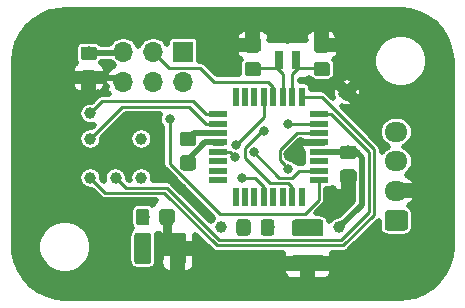
<source format=gbr>
G04 #@! TF.GenerationSoftware,KiCad,Pcbnew,(5.1.4)-1*
G04 #@! TF.CreationDate,2020-02-08T14:35:32-05:00*
G04 #@! TF.ProjectId,Psyduck,50737964-7563-46b2-9e6b-696361645f70,rev?*
G04 #@! TF.SameCoordinates,Original*
G04 #@! TF.FileFunction,Copper,L1,Top*
G04 #@! TF.FilePolarity,Positive*
%FSLAX46Y46*%
G04 Gerber Fmt 4.6, Leading zero omitted, Abs format (unit mm)*
G04 Created by KiCad (PCBNEW (5.1.4)-1) date 2020-02-08 14:35:32*
%MOMM*%
%LPD*%
G04 APERTURE LIST*
%ADD10O,1.950000X1.700000*%
%ADD11C,0.100000*%
%ADD12C,1.700000*%
%ADD13R,0.800000X1.500000*%
%ADD14R,0.550000X1.600000*%
%ADD15R,1.600000X0.550000*%
%ADD16C,1.000000*%
%ADD17C,1.425000*%
%ADD18C,1.150000*%
%ADD19O,1.700000X1.700000*%
%ADD20R,1.700000X1.700000*%
%ADD21C,0.800000*%
%ADD22C,0.508000*%
%ADD23C,0.635000*%
%ADD24C,0.762000*%
%ADD25C,0.250000*%
G04 APERTURE END LIST*
D10*
X15240000Y-21670000D03*
X15240000Y-24170000D03*
D11*
G36*
X15989504Y-25821204D02*
G01*
X16013773Y-25824804D01*
X16037571Y-25830765D01*
X16060671Y-25839030D01*
X16082849Y-25849520D01*
X16103893Y-25862133D01*
X16123598Y-25876747D01*
X16141777Y-25893223D01*
X16158253Y-25911402D01*
X16172867Y-25931107D01*
X16185480Y-25952151D01*
X16195970Y-25974329D01*
X16204235Y-25997429D01*
X16210196Y-26021227D01*
X16213796Y-26045496D01*
X16215000Y-26070000D01*
X16215000Y-27270000D01*
X16213796Y-27294504D01*
X16210196Y-27318773D01*
X16204235Y-27342571D01*
X16195970Y-27365671D01*
X16185480Y-27387849D01*
X16172867Y-27408893D01*
X16158253Y-27428598D01*
X16141777Y-27446777D01*
X16123598Y-27463253D01*
X16103893Y-27477867D01*
X16082849Y-27490480D01*
X16060671Y-27500970D01*
X16037571Y-27509235D01*
X16013773Y-27515196D01*
X15989504Y-27518796D01*
X15965000Y-27520000D01*
X14515000Y-27520000D01*
X14490496Y-27518796D01*
X14466227Y-27515196D01*
X14442429Y-27509235D01*
X14419329Y-27500970D01*
X14397151Y-27490480D01*
X14376107Y-27477867D01*
X14356402Y-27463253D01*
X14338223Y-27446777D01*
X14321747Y-27428598D01*
X14307133Y-27408893D01*
X14294520Y-27387849D01*
X14284030Y-27365671D01*
X14275765Y-27342571D01*
X14269804Y-27318773D01*
X14266204Y-27294504D01*
X14265000Y-27270000D01*
X14265000Y-26070000D01*
X14266204Y-26045496D01*
X14269804Y-26021227D01*
X14275765Y-25997429D01*
X14284030Y-25974329D01*
X14294520Y-25952151D01*
X14307133Y-25931107D01*
X14321747Y-25911402D01*
X14338223Y-25893223D01*
X14356402Y-25876747D01*
X14376107Y-25862133D01*
X14397151Y-25849520D01*
X14419329Y-25839030D01*
X14442429Y-25830765D01*
X14466227Y-25824804D01*
X14490496Y-25821204D01*
X14515000Y-25820000D01*
X15965000Y-25820000D01*
X15989504Y-25821204D01*
X15989504Y-25821204D01*
G37*
D12*
X15240000Y-26670000D03*
D13*
X37122800Y-17449800D03*
X35622800Y-17449800D03*
D10*
X45593000Y-23535000D03*
X45593000Y-26035000D03*
X45593000Y-28535000D03*
D11*
G36*
X46342504Y-30186204D02*
G01*
X46366773Y-30189804D01*
X46390571Y-30195765D01*
X46413671Y-30204030D01*
X46435849Y-30214520D01*
X46456893Y-30227133D01*
X46476598Y-30241747D01*
X46494777Y-30258223D01*
X46511253Y-30276402D01*
X46525867Y-30296107D01*
X46538480Y-30317151D01*
X46548970Y-30339329D01*
X46557235Y-30362429D01*
X46563196Y-30386227D01*
X46566796Y-30410496D01*
X46568000Y-30435000D01*
X46568000Y-31635000D01*
X46566796Y-31659504D01*
X46563196Y-31683773D01*
X46557235Y-31707571D01*
X46548970Y-31730671D01*
X46538480Y-31752849D01*
X46525867Y-31773893D01*
X46511253Y-31793598D01*
X46494777Y-31811777D01*
X46476598Y-31828253D01*
X46456893Y-31842867D01*
X46435849Y-31855480D01*
X46413671Y-31865970D01*
X46390571Y-31874235D01*
X46366773Y-31880196D01*
X46342504Y-31883796D01*
X46318000Y-31885000D01*
X44868000Y-31885000D01*
X44843496Y-31883796D01*
X44819227Y-31880196D01*
X44795429Y-31874235D01*
X44772329Y-31865970D01*
X44750151Y-31855480D01*
X44729107Y-31842867D01*
X44709402Y-31828253D01*
X44691223Y-31811777D01*
X44674747Y-31793598D01*
X44660133Y-31773893D01*
X44647520Y-31752849D01*
X44637030Y-31730671D01*
X44628765Y-31707571D01*
X44622804Y-31683773D01*
X44619204Y-31659504D01*
X44618000Y-31635000D01*
X44618000Y-30435000D01*
X44619204Y-30410496D01*
X44622804Y-30386227D01*
X44628765Y-30362429D01*
X44637030Y-30339329D01*
X44647520Y-30317151D01*
X44660133Y-30296107D01*
X44674747Y-30276402D01*
X44691223Y-30258223D01*
X44709402Y-30241747D01*
X44729107Y-30227133D01*
X44750151Y-30214520D01*
X44772329Y-30204030D01*
X44795429Y-30195765D01*
X44819227Y-30189804D01*
X44843496Y-30186204D01*
X44868000Y-30185000D01*
X46318000Y-30185000D01*
X46342504Y-30186204D01*
X46342504Y-30186204D01*
G37*
D12*
X45593000Y-31035000D03*
D14*
X37579000Y-29074000D03*
X36779000Y-29074000D03*
X35979000Y-29074000D03*
X35179000Y-29074000D03*
X34379000Y-29074000D03*
X33579000Y-29074000D03*
X32779000Y-29074000D03*
X31979000Y-29074000D03*
D15*
X30529000Y-27624000D03*
X30529000Y-26824000D03*
X30529000Y-26024000D03*
X30529000Y-25224000D03*
X30529000Y-24424000D03*
X30529000Y-23624000D03*
X30529000Y-22824000D03*
X30529000Y-22024000D03*
D14*
X31979000Y-20574000D03*
X32779000Y-20574000D03*
X33579000Y-20574000D03*
X34379000Y-20574000D03*
X35179000Y-20574000D03*
X35979000Y-20574000D03*
X36779000Y-20574000D03*
X37579000Y-20574000D03*
D15*
X39029000Y-22024000D03*
X39029000Y-22824000D03*
X39029000Y-23624000D03*
X39029000Y-24424000D03*
X39029000Y-25224000D03*
X39029000Y-26024000D03*
X39029000Y-26824000D03*
X39029000Y-27624000D03*
D16*
X24003000Y-24130000D03*
D11*
G36*
X39199504Y-33923204D02*
G01*
X39223773Y-33926804D01*
X39247571Y-33932765D01*
X39270671Y-33941030D01*
X39292849Y-33951520D01*
X39313893Y-33964133D01*
X39333598Y-33978747D01*
X39351777Y-33995223D01*
X39368253Y-34013402D01*
X39382867Y-34033107D01*
X39395480Y-34054151D01*
X39405970Y-34076329D01*
X39414235Y-34099429D01*
X39420196Y-34123227D01*
X39423796Y-34147496D01*
X39425000Y-34172000D01*
X39425000Y-35097000D01*
X39423796Y-35121504D01*
X39420196Y-35145773D01*
X39414235Y-35169571D01*
X39405970Y-35192671D01*
X39395480Y-35214849D01*
X39382867Y-35235893D01*
X39368253Y-35255598D01*
X39351777Y-35273777D01*
X39333598Y-35290253D01*
X39313893Y-35304867D01*
X39292849Y-35317480D01*
X39270671Y-35327970D01*
X39247571Y-35336235D01*
X39223773Y-35342196D01*
X39199504Y-35345796D01*
X39175000Y-35347000D01*
X37025000Y-35347000D01*
X37000496Y-35345796D01*
X36976227Y-35342196D01*
X36952429Y-35336235D01*
X36929329Y-35327970D01*
X36907151Y-35317480D01*
X36886107Y-35304867D01*
X36866402Y-35290253D01*
X36848223Y-35273777D01*
X36831747Y-35255598D01*
X36817133Y-35235893D01*
X36804520Y-35214849D01*
X36794030Y-35192671D01*
X36785765Y-35169571D01*
X36779804Y-35145773D01*
X36776204Y-35121504D01*
X36775000Y-35097000D01*
X36775000Y-34172000D01*
X36776204Y-34147496D01*
X36779804Y-34123227D01*
X36785765Y-34099429D01*
X36794030Y-34076329D01*
X36804520Y-34054151D01*
X36817133Y-34033107D01*
X36831747Y-34013402D01*
X36848223Y-33995223D01*
X36866402Y-33978747D01*
X36886107Y-33964133D01*
X36907151Y-33951520D01*
X36929329Y-33941030D01*
X36952429Y-33932765D01*
X36976227Y-33926804D01*
X37000496Y-33923204D01*
X37025000Y-33922000D01*
X39175000Y-33922000D01*
X39199504Y-33923204D01*
X39199504Y-33923204D01*
G37*
D17*
X38100000Y-34634500D03*
D11*
G36*
X39199504Y-30948204D02*
G01*
X39223773Y-30951804D01*
X39247571Y-30957765D01*
X39270671Y-30966030D01*
X39292849Y-30976520D01*
X39313893Y-30989133D01*
X39333598Y-31003747D01*
X39351777Y-31020223D01*
X39368253Y-31038402D01*
X39382867Y-31058107D01*
X39395480Y-31079151D01*
X39405970Y-31101329D01*
X39414235Y-31124429D01*
X39420196Y-31148227D01*
X39423796Y-31172496D01*
X39425000Y-31197000D01*
X39425000Y-32122000D01*
X39423796Y-32146504D01*
X39420196Y-32170773D01*
X39414235Y-32194571D01*
X39405970Y-32217671D01*
X39395480Y-32239849D01*
X39382867Y-32260893D01*
X39368253Y-32280598D01*
X39351777Y-32298777D01*
X39333598Y-32315253D01*
X39313893Y-32329867D01*
X39292849Y-32342480D01*
X39270671Y-32352970D01*
X39247571Y-32361235D01*
X39223773Y-32367196D01*
X39199504Y-32370796D01*
X39175000Y-32372000D01*
X37025000Y-32372000D01*
X37000496Y-32370796D01*
X36976227Y-32367196D01*
X36952429Y-32361235D01*
X36929329Y-32352970D01*
X36907151Y-32342480D01*
X36886107Y-32329867D01*
X36866402Y-32315253D01*
X36848223Y-32298777D01*
X36831747Y-32280598D01*
X36817133Y-32260893D01*
X36804520Y-32239849D01*
X36794030Y-32217671D01*
X36785765Y-32194571D01*
X36779804Y-32170773D01*
X36776204Y-32146504D01*
X36775000Y-32122000D01*
X36775000Y-31197000D01*
X36776204Y-31172496D01*
X36779804Y-31148227D01*
X36785765Y-31124429D01*
X36794030Y-31101329D01*
X36804520Y-31079151D01*
X36817133Y-31058107D01*
X36831747Y-31038402D01*
X36848223Y-31020223D01*
X36866402Y-31003747D01*
X36886107Y-30989133D01*
X36907151Y-30976520D01*
X36929329Y-30966030D01*
X36952429Y-30957765D01*
X36976227Y-30951804D01*
X37000496Y-30948204D01*
X37025000Y-30947000D01*
X39175000Y-30947000D01*
X39199504Y-30948204D01*
X39199504Y-30948204D01*
G37*
D17*
X38100000Y-31659500D03*
D11*
G36*
X27592004Y-32077204D02*
G01*
X27616273Y-32080804D01*
X27640071Y-32086765D01*
X27663171Y-32095030D01*
X27685349Y-32105520D01*
X27706393Y-32118133D01*
X27726098Y-32132747D01*
X27744277Y-32149223D01*
X27760753Y-32167402D01*
X27775367Y-32187107D01*
X27787980Y-32208151D01*
X27798470Y-32230329D01*
X27806735Y-32253429D01*
X27812696Y-32277227D01*
X27816296Y-32301496D01*
X27817500Y-32326000D01*
X27817500Y-34476000D01*
X27816296Y-34500504D01*
X27812696Y-34524773D01*
X27806735Y-34548571D01*
X27798470Y-34571671D01*
X27787980Y-34593849D01*
X27775367Y-34614893D01*
X27760753Y-34634598D01*
X27744277Y-34652777D01*
X27726098Y-34669253D01*
X27706393Y-34683867D01*
X27685349Y-34696480D01*
X27663171Y-34706970D01*
X27640071Y-34715235D01*
X27616273Y-34721196D01*
X27592004Y-34724796D01*
X27567500Y-34726000D01*
X26642500Y-34726000D01*
X26617996Y-34724796D01*
X26593727Y-34721196D01*
X26569929Y-34715235D01*
X26546829Y-34706970D01*
X26524651Y-34696480D01*
X26503607Y-34683867D01*
X26483902Y-34669253D01*
X26465723Y-34652777D01*
X26449247Y-34634598D01*
X26434633Y-34614893D01*
X26422020Y-34593849D01*
X26411530Y-34571671D01*
X26403265Y-34548571D01*
X26397304Y-34524773D01*
X26393704Y-34500504D01*
X26392500Y-34476000D01*
X26392500Y-32326000D01*
X26393704Y-32301496D01*
X26397304Y-32277227D01*
X26403265Y-32253429D01*
X26411530Y-32230329D01*
X26422020Y-32208151D01*
X26434633Y-32187107D01*
X26449247Y-32167402D01*
X26465723Y-32149223D01*
X26483902Y-32132747D01*
X26503607Y-32118133D01*
X26524651Y-32105520D01*
X26546829Y-32095030D01*
X26569929Y-32086765D01*
X26593727Y-32080804D01*
X26617996Y-32077204D01*
X26642500Y-32076000D01*
X27567500Y-32076000D01*
X27592004Y-32077204D01*
X27592004Y-32077204D01*
G37*
D17*
X27105000Y-33401000D03*
D11*
G36*
X24617004Y-32077204D02*
G01*
X24641273Y-32080804D01*
X24665071Y-32086765D01*
X24688171Y-32095030D01*
X24710349Y-32105520D01*
X24731393Y-32118133D01*
X24751098Y-32132747D01*
X24769277Y-32149223D01*
X24785753Y-32167402D01*
X24800367Y-32187107D01*
X24812980Y-32208151D01*
X24823470Y-32230329D01*
X24831735Y-32253429D01*
X24837696Y-32277227D01*
X24841296Y-32301496D01*
X24842500Y-32326000D01*
X24842500Y-34476000D01*
X24841296Y-34500504D01*
X24837696Y-34524773D01*
X24831735Y-34548571D01*
X24823470Y-34571671D01*
X24812980Y-34593849D01*
X24800367Y-34614893D01*
X24785753Y-34634598D01*
X24769277Y-34652777D01*
X24751098Y-34669253D01*
X24731393Y-34683867D01*
X24710349Y-34696480D01*
X24688171Y-34706970D01*
X24665071Y-34715235D01*
X24641273Y-34721196D01*
X24617004Y-34724796D01*
X24592500Y-34726000D01*
X23667500Y-34726000D01*
X23642996Y-34724796D01*
X23618727Y-34721196D01*
X23594929Y-34715235D01*
X23571829Y-34706970D01*
X23549651Y-34696480D01*
X23528607Y-34683867D01*
X23508902Y-34669253D01*
X23490723Y-34652777D01*
X23474247Y-34634598D01*
X23459633Y-34614893D01*
X23447020Y-34593849D01*
X23436530Y-34571671D01*
X23428265Y-34548571D01*
X23422304Y-34524773D01*
X23418704Y-34500504D01*
X23417500Y-34476000D01*
X23417500Y-32326000D01*
X23418704Y-32301496D01*
X23422304Y-32277227D01*
X23428265Y-32253429D01*
X23436530Y-32230329D01*
X23447020Y-32208151D01*
X23459633Y-32187107D01*
X23474247Y-32167402D01*
X23490723Y-32149223D01*
X23508902Y-32132747D01*
X23528607Y-32118133D01*
X23549651Y-32105520D01*
X23571829Y-32095030D01*
X23594929Y-32086765D01*
X23618727Y-32080804D01*
X23642996Y-32077204D01*
X23667500Y-32076000D01*
X24592500Y-32076000D01*
X24617004Y-32077204D01*
X24617004Y-32077204D01*
G37*
D17*
X24130000Y-33401000D03*
D16*
X19685000Y-24130000D03*
X19685000Y-21971000D03*
X30734000Y-31623000D03*
X40767000Y-31623000D03*
X24003000Y-27432000D03*
X19685000Y-27432000D03*
X21844000Y-27432000D03*
X41402000Y-20193000D03*
D11*
G36*
X32988505Y-30924204D02*
G01*
X33012773Y-30927804D01*
X33036572Y-30933765D01*
X33059671Y-30942030D01*
X33081850Y-30952520D01*
X33102893Y-30965132D01*
X33122599Y-30979747D01*
X33140777Y-30996223D01*
X33157253Y-31014401D01*
X33171868Y-31034107D01*
X33184480Y-31055150D01*
X33194970Y-31077329D01*
X33203235Y-31100428D01*
X33209196Y-31124227D01*
X33212796Y-31148495D01*
X33214000Y-31172999D01*
X33214000Y-32073001D01*
X33212796Y-32097505D01*
X33209196Y-32121773D01*
X33203235Y-32145572D01*
X33194970Y-32168671D01*
X33184480Y-32190850D01*
X33171868Y-32211893D01*
X33157253Y-32231599D01*
X33140777Y-32249777D01*
X33122599Y-32266253D01*
X33102893Y-32280868D01*
X33081850Y-32293480D01*
X33059671Y-32303970D01*
X33036572Y-32312235D01*
X33012773Y-32318196D01*
X32988505Y-32321796D01*
X32964001Y-32323000D01*
X32313999Y-32323000D01*
X32289495Y-32321796D01*
X32265227Y-32318196D01*
X32241428Y-32312235D01*
X32218329Y-32303970D01*
X32196150Y-32293480D01*
X32175107Y-32280868D01*
X32155401Y-32266253D01*
X32137223Y-32249777D01*
X32120747Y-32231599D01*
X32106132Y-32211893D01*
X32093520Y-32190850D01*
X32083030Y-32168671D01*
X32074765Y-32145572D01*
X32068804Y-32121773D01*
X32065204Y-32097505D01*
X32064000Y-32073001D01*
X32064000Y-31172999D01*
X32065204Y-31148495D01*
X32068804Y-31124227D01*
X32074765Y-31100428D01*
X32083030Y-31077329D01*
X32093520Y-31055150D01*
X32106132Y-31034107D01*
X32120747Y-31014401D01*
X32137223Y-30996223D01*
X32155401Y-30979747D01*
X32175107Y-30965132D01*
X32196150Y-30952520D01*
X32218329Y-30942030D01*
X32241428Y-30933765D01*
X32265227Y-30927804D01*
X32289495Y-30924204D01*
X32313999Y-30923000D01*
X32964001Y-30923000D01*
X32988505Y-30924204D01*
X32988505Y-30924204D01*
G37*
D18*
X32639000Y-31623000D03*
D11*
G36*
X35038505Y-30924204D02*
G01*
X35062773Y-30927804D01*
X35086572Y-30933765D01*
X35109671Y-30942030D01*
X35131850Y-30952520D01*
X35152893Y-30965132D01*
X35172599Y-30979747D01*
X35190777Y-30996223D01*
X35207253Y-31014401D01*
X35221868Y-31034107D01*
X35234480Y-31055150D01*
X35244970Y-31077329D01*
X35253235Y-31100428D01*
X35259196Y-31124227D01*
X35262796Y-31148495D01*
X35264000Y-31172999D01*
X35264000Y-32073001D01*
X35262796Y-32097505D01*
X35259196Y-32121773D01*
X35253235Y-32145572D01*
X35244970Y-32168671D01*
X35234480Y-32190850D01*
X35221868Y-32211893D01*
X35207253Y-32231599D01*
X35190777Y-32249777D01*
X35172599Y-32266253D01*
X35152893Y-32280868D01*
X35131850Y-32293480D01*
X35109671Y-32303970D01*
X35086572Y-32312235D01*
X35062773Y-32318196D01*
X35038505Y-32321796D01*
X35014001Y-32323000D01*
X34363999Y-32323000D01*
X34339495Y-32321796D01*
X34315227Y-32318196D01*
X34291428Y-32312235D01*
X34268329Y-32303970D01*
X34246150Y-32293480D01*
X34225107Y-32280868D01*
X34205401Y-32266253D01*
X34187223Y-32249777D01*
X34170747Y-32231599D01*
X34156132Y-32211893D01*
X34143520Y-32190850D01*
X34133030Y-32168671D01*
X34124765Y-32145572D01*
X34118804Y-32121773D01*
X34115204Y-32097505D01*
X34114000Y-32073001D01*
X34114000Y-31172999D01*
X34115204Y-31148495D01*
X34118804Y-31124227D01*
X34124765Y-31100428D01*
X34133030Y-31077329D01*
X34143520Y-31055150D01*
X34156132Y-31034107D01*
X34170747Y-31014401D01*
X34187223Y-30996223D01*
X34205401Y-30979747D01*
X34225107Y-30965132D01*
X34246150Y-30952520D01*
X34268329Y-30942030D01*
X34291428Y-30933765D01*
X34315227Y-30927804D01*
X34339495Y-30924204D01*
X34363999Y-30923000D01*
X35014001Y-30923000D01*
X35038505Y-30924204D01*
X35038505Y-30924204D01*
G37*
D18*
X34689000Y-31623000D03*
D11*
G36*
X42003505Y-26740204D02*
G01*
X42027773Y-26743804D01*
X42051572Y-26749765D01*
X42074671Y-26758030D01*
X42096850Y-26768520D01*
X42117893Y-26781132D01*
X42137599Y-26795747D01*
X42155777Y-26812223D01*
X42172253Y-26830401D01*
X42186868Y-26850107D01*
X42199480Y-26871150D01*
X42209970Y-26893329D01*
X42218235Y-26916428D01*
X42224196Y-26940227D01*
X42227796Y-26964495D01*
X42229000Y-26988999D01*
X42229000Y-27639001D01*
X42227796Y-27663505D01*
X42224196Y-27687773D01*
X42218235Y-27711572D01*
X42209970Y-27734671D01*
X42199480Y-27756850D01*
X42186868Y-27777893D01*
X42172253Y-27797599D01*
X42155777Y-27815777D01*
X42137599Y-27832253D01*
X42117893Y-27846868D01*
X42096850Y-27859480D01*
X42074671Y-27869970D01*
X42051572Y-27878235D01*
X42027773Y-27884196D01*
X42003505Y-27887796D01*
X41979001Y-27889000D01*
X41078999Y-27889000D01*
X41054495Y-27887796D01*
X41030227Y-27884196D01*
X41006428Y-27878235D01*
X40983329Y-27869970D01*
X40961150Y-27859480D01*
X40940107Y-27846868D01*
X40920401Y-27832253D01*
X40902223Y-27815777D01*
X40885747Y-27797599D01*
X40871132Y-27777893D01*
X40858520Y-27756850D01*
X40848030Y-27734671D01*
X40839765Y-27711572D01*
X40833804Y-27687773D01*
X40830204Y-27663505D01*
X40829000Y-27639001D01*
X40829000Y-26988999D01*
X40830204Y-26964495D01*
X40833804Y-26940227D01*
X40839765Y-26916428D01*
X40848030Y-26893329D01*
X40858520Y-26871150D01*
X40871132Y-26850107D01*
X40885747Y-26830401D01*
X40902223Y-26812223D01*
X40920401Y-26795747D01*
X40940107Y-26781132D01*
X40961150Y-26768520D01*
X40983329Y-26758030D01*
X41006428Y-26749765D01*
X41030227Y-26743804D01*
X41054495Y-26740204D01*
X41078999Y-26739000D01*
X41979001Y-26739000D01*
X42003505Y-26740204D01*
X42003505Y-26740204D01*
G37*
D18*
X41529000Y-27314000D03*
D11*
G36*
X42003505Y-24690204D02*
G01*
X42027773Y-24693804D01*
X42051572Y-24699765D01*
X42074671Y-24708030D01*
X42096850Y-24718520D01*
X42117893Y-24731132D01*
X42137599Y-24745747D01*
X42155777Y-24762223D01*
X42172253Y-24780401D01*
X42186868Y-24800107D01*
X42199480Y-24821150D01*
X42209970Y-24843329D01*
X42218235Y-24866428D01*
X42224196Y-24890227D01*
X42227796Y-24914495D01*
X42229000Y-24938999D01*
X42229000Y-25589001D01*
X42227796Y-25613505D01*
X42224196Y-25637773D01*
X42218235Y-25661572D01*
X42209970Y-25684671D01*
X42199480Y-25706850D01*
X42186868Y-25727893D01*
X42172253Y-25747599D01*
X42155777Y-25765777D01*
X42137599Y-25782253D01*
X42117893Y-25796868D01*
X42096850Y-25809480D01*
X42074671Y-25819970D01*
X42051572Y-25828235D01*
X42027773Y-25834196D01*
X42003505Y-25837796D01*
X41979001Y-25839000D01*
X41078999Y-25839000D01*
X41054495Y-25837796D01*
X41030227Y-25834196D01*
X41006428Y-25828235D01*
X40983329Y-25819970D01*
X40961150Y-25809480D01*
X40940107Y-25796868D01*
X40920401Y-25782253D01*
X40902223Y-25765777D01*
X40885747Y-25747599D01*
X40871132Y-25727893D01*
X40858520Y-25706850D01*
X40848030Y-25684671D01*
X40839765Y-25661572D01*
X40833804Y-25637773D01*
X40830204Y-25613505D01*
X40829000Y-25589001D01*
X40829000Y-24938999D01*
X40830204Y-24914495D01*
X40833804Y-24890227D01*
X40839765Y-24866428D01*
X40848030Y-24843329D01*
X40858520Y-24821150D01*
X40871132Y-24800107D01*
X40885747Y-24780401D01*
X40902223Y-24762223D01*
X40920401Y-24745747D01*
X40940107Y-24731132D01*
X40961150Y-24718520D01*
X40983329Y-24708030D01*
X41006428Y-24699765D01*
X41030227Y-24693804D01*
X41054495Y-24690204D01*
X41078999Y-24689000D01*
X41979001Y-24689000D01*
X42003505Y-24690204D01*
X42003505Y-24690204D01*
G37*
D18*
X41529000Y-25264000D03*
D11*
G36*
X28414505Y-25606204D02*
G01*
X28438773Y-25609804D01*
X28462572Y-25615765D01*
X28485671Y-25624030D01*
X28507850Y-25634520D01*
X28528893Y-25647132D01*
X28548599Y-25661747D01*
X28566777Y-25678223D01*
X28583253Y-25696401D01*
X28597868Y-25716107D01*
X28610480Y-25737150D01*
X28620970Y-25759329D01*
X28629235Y-25782428D01*
X28635196Y-25806227D01*
X28638796Y-25830495D01*
X28640000Y-25854999D01*
X28640000Y-26505001D01*
X28638796Y-26529505D01*
X28635196Y-26553773D01*
X28629235Y-26577572D01*
X28620970Y-26600671D01*
X28610480Y-26622850D01*
X28597868Y-26643893D01*
X28583253Y-26663599D01*
X28566777Y-26681777D01*
X28548599Y-26698253D01*
X28528893Y-26712868D01*
X28507850Y-26725480D01*
X28485671Y-26735970D01*
X28462572Y-26744235D01*
X28438773Y-26750196D01*
X28414505Y-26753796D01*
X28390001Y-26755000D01*
X27489999Y-26755000D01*
X27465495Y-26753796D01*
X27441227Y-26750196D01*
X27417428Y-26744235D01*
X27394329Y-26735970D01*
X27372150Y-26725480D01*
X27351107Y-26712868D01*
X27331401Y-26698253D01*
X27313223Y-26681777D01*
X27296747Y-26663599D01*
X27282132Y-26643893D01*
X27269520Y-26622850D01*
X27259030Y-26600671D01*
X27250765Y-26577572D01*
X27244804Y-26553773D01*
X27241204Y-26529505D01*
X27240000Y-26505001D01*
X27240000Y-25854999D01*
X27241204Y-25830495D01*
X27244804Y-25806227D01*
X27250765Y-25782428D01*
X27259030Y-25759329D01*
X27269520Y-25737150D01*
X27282132Y-25716107D01*
X27296747Y-25696401D01*
X27313223Y-25678223D01*
X27331401Y-25661747D01*
X27351107Y-25647132D01*
X27372150Y-25634520D01*
X27394329Y-25624030D01*
X27417428Y-25615765D01*
X27441227Y-25609804D01*
X27465495Y-25606204D01*
X27489999Y-25605000D01*
X28390001Y-25605000D01*
X28414505Y-25606204D01*
X28414505Y-25606204D01*
G37*
D18*
X27940000Y-26180000D03*
D11*
G36*
X28414505Y-23556204D02*
G01*
X28438773Y-23559804D01*
X28462572Y-23565765D01*
X28485671Y-23574030D01*
X28507850Y-23584520D01*
X28528893Y-23597132D01*
X28548599Y-23611747D01*
X28566777Y-23628223D01*
X28583253Y-23646401D01*
X28597868Y-23666107D01*
X28610480Y-23687150D01*
X28620970Y-23709329D01*
X28629235Y-23732428D01*
X28635196Y-23756227D01*
X28638796Y-23780495D01*
X28640000Y-23804999D01*
X28640000Y-24455001D01*
X28638796Y-24479505D01*
X28635196Y-24503773D01*
X28629235Y-24527572D01*
X28620970Y-24550671D01*
X28610480Y-24572850D01*
X28597868Y-24593893D01*
X28583253Y-24613599D01*
X28566777Y-24631777D01*
X28548599Y-24648253D01*
X28528893Y-24662868D01*
X28507850Y-24675480D01*
X28485671Y-24685970D01*
X28462572Y-24694235D01*
X28438773Y-24700196D01*
X28414505Y-24703796D01*
X28390001Y-24705000D01*
X27489999Y-24705000D01*
X27465495Y-24703796D01*
X27441227Y-24700196D01*
X27417428Y-24694235D01*
X27394329Y-24685970D01*
X27372150Y-24675480D01*
X27351107Y-24662868D01*
X27331401Y-24648253D01*
X27313223Y-24631777D01*
X27296747Y-24613599D01*
X27282132Y-24593893D01*
X27269520Y-24572850D01*
X27259030Y-24550671D01*
X27250765Y-24527572D01*
X27244804Y-24503773D01*
X27241204Y-24479505D01*
X27240000Y-24455001D01*
X27240000Y-23804999D01*
X27241204Y-23780495D01*
X27244804Y-23756227D01*
X27250765Y-23732428D01*
X27259030Y-23709329D01*
X27269520Y-23687150D01*
X27282132Y-23666107D01*
X27296747Y-23646401D01*
X27313223Y-23628223D01*
X27331401Y-23611747D01*
X27351107Y-23597132D01*
X27372150Y-23584520D01*
X27394329Y-23574030D01*
X27417428Y-23565765D01*
X27441227Y-23559804D01*
X27465495Y-23556204D01*
X27489999Y-23555000D01*
X28390001Y-23555000D01*
X28414505Y-23556204D01*
X28414505Y-23556204D01*
G37*
D18*
X27940000Y-24130000D03*
D11*
G36*
X20032505Y-18358204D02*
G01*
X20056773Y-18361804D01*
X20080572Y-18367765D01*
X20103671Y-18376030D01*
X20125850Y-18386520D01*
X20146893Y-18399132D01*
X20166599Y-18413747D01*
X20184777Y-18430223D01*
X20201253Y-18448401D01*
X20215868Y-18468107D01*
X20228480Y-18489150D01*
X20238970Y-18511329D01*
X20247235Y-18534428D01*
X20253196Y-18558227D01*
X20256796Y-18582495D01*
X20258000Y-18606999D01*
X20258000Y-19257001D01*
X20256796Y-19281505D01*
X20253196Y-19305773D01*
X20247235Y-19329572D01*
X20238970Y-19352671D01*
X20228480Y-19374850D01*
X20215868Y-19395893D01*
X20201253Y-19415599D01*
X20184777Y-19433777D01*
X20166599Y-19450253D01*
X20146893Y-19464868D01*
X20125850Y-19477480D01*
X20103671Y-19487970D01*
X20080572Y-19496235D01*
X20056773Y-19502196D01*
X20032505Y-19505796D01*
X20008001Y-19507000D01*
X19107999Y-19507000D01*
X19083495Y-19505796D01*
X19059227Y-19502196D01*
X19035428Y-19496235D01*
X19012329Y-19487970D01*
X18990150Y-19477480D01*
X18969107Y-19464868D01*
X18949401Y-19450253D01*
X18931223Y-19433777D01*
X18914747Y-19415599D01*
X18900132Y-19395893D01*
X18887520Y-19374850D01*
X18877030Y-19352671D01*
X18868765Y-19329572D01*
X18862804Y-19305773D01*
X18859204Y-19281505D01*
X18858000Y-19257001D01*
X18858000Y-18606999D01*
X18859204Y-18582495D01*
X18862804Y-18558227D01*
X18868765Y-18534428D01*
X18877030Y-18511329D01*
X18887520Y-18489150D01*
X18900132Y-18468107D01*
X18914747Y-18448401D01*
X18931223Y-18430223D01*
X18949401Y-18413747D01*
X18969107Y-18399132D01*
X18990150Y-18386520D01*
X19012329Y-18376030D01*
X19035428Y-18367765D01*
X19059227Y-18361804D01*
X19083495Y-18358204D01*
X19107999Y-18357000D01*
X20008001Y-18357000D01*
X20032505Y-18358204D01*
X20032505Y-18358204D01*
G37*
D18*
X19558000Y-18932000D03*
D11*
G36*
X20032505Y-16308204D02*
G01*
X20056773Y-16311804D01*
X20080572Y-16317765D01*
X20103671Y-16326030D01*
X20125850Y-16336520D01*
X20146893Y-16349132D01*
X20166599Y-16363747D01*
X20184777Y-16380223D01*
X20201253Y-16398401D01*
X20215868Y-16418107D01*
X20228480Y-16439150D01*
X20238970Y-16461329D01*
X20247235Y-16484428D01*
X20253196Y-16508227D01*
X20256796Y-16532495D01*
X20258000Y-16556999D01*
X20258000Y-17207001D01*
X20256796Y-17231505D01*
X20253196Y-17255773D01*
X20247235Y-17279572D01*
X20238970Y-17302671D01*
X20228480Y-17324850D01*
X20215868Y-17345893D01*
X20201253Y-17365599D01*
X20184777Y-17383777D01*
X20166599Y-17400253D01*
X20146893Y-17414868D01*
X20125850Y-17427480D01*
X20103671Y-17437970D01*
X20080572Y-17446235D01*
X20056773Y-17452196D01*
X20032505Y-17455796D01*
X20008001Y-17457000D01*
X19107999Y-17457000D01*
X19083495Y-17455796D01*
X19059227Y-17452196D01*
X19035428Y-17446235D01*
X19012329Y-17437970D01*
X18990150Y-17427480D01*
X18969107Y-17414868D01*
X18949401Y-17400253D01*
X18931223Y-17383777D01*
X18914747Y-17365599D01*
X18900132Y-17345893D01*
X18887520Y-17324850D01*
X18877030Y-17302671D01*
X18868765Y-17279572D01*
X18862804Y-17255773D01*
X18859204Y-17231505D01*
X18858000Y-17207001D01*
X18858000Y-16556999D01*
X18859204Y-16532495D01*
X18862804Y-16508227D01*
X18868765Y-16484428D01*
X18877030Y-16461329D01*
X18887520Y-16439150D01*
X18900132Y-16418107D01*
X18914747Y-16398401D01*
X18931223Y-16380223D01*
X18949401Y-16363747D01*
X18969107Y-16349132D01*
X18990150Y-16336520D01*
X19012329Y-16326030D01*
X19035428Y-16317765D01*
X19059227Y-16311804D01*
X19083495Y-16308204D01*
X19107999Y-16307000D01*
X20008001Y-16307000D01*
X20032505Y-16308204D01*
X20032505Y-16308204D01*
G37*
D18*
X19558000Y-16882000D03*
D11*
G36*
X33926305Y-15588004D02*
G01*
X33950573Y-15591604D01*
X33974372Y-15597565D01*
X33997471Y-15605830D01*
X34019650Y-15616320D01*
X34040693Y-15628932D01*
X34060399Y-15643547D01*
X34078577Y-15660023D01*
X34095053Y-15678201D01*
X34109668Y-15697907D01*
X34122280Y-15718950D01*
X34132770Y-15741129D01*
X34141035Y-15764228D01*
X34146996Y-15788027D01*
X34150596Y-15812295D01*
X34151800Y-15836799D01*
X34151800Y-16486801D01*
X34150596Y-16511305D01*
X34146996Y-16535573D01*
X34141035Y-16559372D01*
X34132770Y-16582471D01*
X34122280Y-16604650D01*
X34109668Y-16625693D01*
X34095053Y-16645399D01*
X34078577Y-16663577D01*
X34060399Y-16680053D01*
X34040693Y-16694668D01*
X34019650Y-16707280D01*
X33997471Y-16717770D01*
X33974372Y-16726035D01*
X33950573Y-16731996D01*
X33926305Y-16735596D01*
X33901801Y-16736800D01*
X33001799Y-16736800D01*
X32977295Y-16735596D01*
X32953027Y-16731996D01*
X32929228Y-16726035D01*
X32906129Y-16717770D01*
X32883950Y-16707280D01*
X32862907Y-16694668D01*
X32843201Y-16680053D01*
X32825023Y-16663577D01*
X32808547Y-16645399D01*
X32793932Y-16625693D01*
X32781320Y-16604650D01*
X32770830Y-16582471D01*
X32762565Y-16559372D01*
X32756604Y-16535573D01*
X32753004Y-16511305D01*
X32751800Y-16486801D01*
X32751800Y-15836799D01*
X32753004Y-15812295D01*
X32756604Y-15788027D01*
X32762565Y-15764228D01*
X32770830Y-15741129D01*
X32781320Y-15718950D01*
X32793932Y-15697907D01*
X32808547Y-15678201D01*
X32825023Y-15660023D01*
X32843201Y-15643547D01*
X32862907Y-15628932D01*
X32883950Y-15616320D01*
X32906129Y-15605830D01*
X32929228Y-15597565D01*
X32953027Y-15591604D01*
X32977295Y-15588004D01*
X33001799Y-15586800D01*
X33901801Y-15586800D01*
X33926305Y-15588004D01*
X33926305Y-15588004D01*
G37*
D18*
X33451800Y-16161800D03*
D11*
G36*
X33926305Y-17638004D02*
G01*
X33950573Y-17641604D01*
X33974372Y-17647565D01*
X33997471Y-17655830D01*
X34019650Y-17666320D01*
X34040693Y-17678932D01*
X34060399Y-17693547D01*
X34078577Y-17710023D01*
X34095053Y-17728201D01*
X34109668Y-17747907D01*
X34122280Y-17768950D01*
X34132770Y-17791129D01*
X34141035Y-17814228D01*
X34146996Y-17838027D01*
X34150596Y-17862295D01*
X34151800Y-17886799D01*
X34151800Y-18536801D01*
X34150596Y-18561305D01*
X34146996Y-18585573D01*
X34141035Y-18609372D01*
X34132770Y-18632471D01*
X34122280Y-18654650D01*
X34109668Y-18675693D01*
X34095053Y-18695399D01*
X34078577Y-18713577D01*
X34060399Y-18730053D01*
X34040693Y-18744668D01*
X34019650Y-18757280D01*
X33997471Y-18767770D01*
X33974372Y-18776035D01*
X33950573Y-18781996D01*
X33926305Y-18785596D01*
X33901801Y-18786800D01*
X33001799Y-18786800D01*
X32977295Y-18785596D01*
X32953027Y-18781996D01*
X32929228Y-18776035D01*
X32906129Y-18767770D01*
X32883950Y-18757280D01*
X32862907Y-18744668D01*
X32843201Y-18730053D01*
X32825023Y-18713577D01*
X32808547Y-18695399D01*
X32793932Y-18675693D01*
X32781320Y-18654650D01*
X32770830Y-18632471D01*
X32762565Y-18609372D01*
X32756604Y-18585573D01*
X32753004Y-18561305D01*
X32751800Y-18536801D01*
X32751800Y-17886799D01*
X32753004Y-17862295D01*
X32756604Y-17838027D01*
X32762565Y-17814228D01*
X32770830Y-17791129D01*
X32781320Y-17768950D01*
X32793932Y-17747907D01*
X32808547Y-17728201D01*
X32825023Y-17710023D01*
X32843201Y-17693547D01*
X32862907Y-17678932D01*
X32883950Y-17666320D01*
X32906129Y-17655830D01*
X32929228Y-17647565D01*
X32953027Y-17641604D01*
X32977295Y-17638004D01*
X33001799Y-17636800D01*
X33901801Y-17636800D01*
X33926305Y-17638004D01*
X33926305Y-17638004D01*
G37*
D18*
X33451800Y-18211800D03*
D11*
G36*
X39768305Y-15588004D02*
G01*
X39792573Y-15591604D01*
X39816372Y-15597565D01*
X39839471Y-15605830D01*
X39861650Y-15616320D01*
X39882693Y-15628932D01*
X39902399Y-15643547D01*
X39920577Y-15660023D01*
X39937053Y-15678201D01*
X39951668Y-15697907D01*
X39964280Y-15718950D01*
X39974770Y-15741129D01*
X39983035Y-15764228D01*
X39988996Y-15788027D01*
X39992596Y-15812295D01*
X39993800Y-15836799D01*
X39993800Y-16486801D01*
X39992596Y-16511305D01*
X39988996Y-16535573D01*
X39983035Y-16559372D01*
X39974770Y-16582471D01*
X39964280Y-16604650D01*
X39951668Y-16625693D01*
X39937053Y-16645399D01*
X39920577Y-16663577D01*
X39902399Y-16680053D01*
X39882693Y-16694668D01*
X39861650Y-16707280D01*
X39839471Y-16717770D01*
X39816372Y-16726035D01*
X39792573Y-16731996D01*
X39768305Y-16735596D01*
X39743801Y-16736800D01*
X38843799Y-16736800D01*
X38819295Y-16735596D01*
X38795027Y-16731996D01*
X38771228Y-16726035D01*
X38748129Y-16717770D01*
X38725950Y-16707280D01*
X38704907Y-16694668D01*
X38685201Y-16680053D01*
X38667023Y-16663577D01*
X38650547Y-16645399D01*
X38635932Y-16625693D01*
X38623320Y-16604650D01*
X38612830Y-16582471D01*
X38604565Y-16559372D01*
X38598604Y-16535573D01*
X38595004Y-16511305D01*
X38593800Y-16486801D01*
X38593800Y-15836799D01*
X38595004Y-15812295D01*
X38598604Y-15788027D01*
X38604565Y-15764228D01*
X38612830Y-15741129D01*
X38623320Y-15718950D01*
X38635932Y-15697907D01*
X38650547Y-15678201D01*
X38667023Y-15660023D01*
X38685201Y-15643547D01*
X38704907Y-15628932D01*
X38725950Y-15616320D01*
X38748129Y-15605830D01*
X38771228Y-15597565D01*
X38795027Y-15591604D01*
X38819295Y-15588004D01*
X38843799Y-15586800D01*
X39743801Y-15586800D01*
X39768305Y-15588004D01*
X39768305Y-15588004D01*
G37*
D18*
X39293800Y-16161800D03*
D11*
G36*
X39768305Y-17638004D02*
G01*
X39792573Y-17641604D01*
X39816372Y-17647565D01*
X39839471Y-17655830D01*
X39861650Y-17666320D01*
X39882693Y-17678932D01*
X39902399Y-17693547D01*
X39920577Y-17710023D01*
X39937053Y-17728201D01*
X39951668Y-17747907D01*
X39964280Y-17768950D01*
X39974770Y-17791129D01*
X39983035Y-17814228D01*
X39988996Y-17838027D01*
X39992596Y-17862295D01*
X39993800Y-17886799D01*
X39993800Y-18536801D01*
X39992596Y-18561305D01*
X39988996Y-18585573D01*
X39983035Y-18609372D01*
X39974770Y-18632471D01*
X39964280Y-18654650D01*
X39951668Y-18675693D01*
X39937053Y-18695399D01*
X39920577Y-18713577D01*
X39902399Y-18730053D01*
X39882693Y-18744668D01*
X39861650Y-18757280D01*
X39839471Y-18767770D01*
X39816372Y-18776035D01*
X39792573Y-18781996D01*
X39768305Y-18785596D01*
X39743801Y-18786800D01*
X38843799Y-18786800D01*
X38819295Y-18785596D01*
X38795027Y-18781996D01*
X38771228Y-18776035D01*
X38748129Y-18767770D01*
X38725950Y-18757280D01*
X38704907Y-18744668D01*
X38685201Y-18730053D01*
X38667023Y-18713577D01*
X38650547Y-18695399D01*
X38635932Y-18675693D01*
X38623320Y-18654650D01*
X38612830Y-18632471D01*
X38604565Y-18609372D01*
X38598604Y-18585573D01*
X38595004Y-18561305D01*
X38593800Y-18536801D01*
X38593800Y-17886799D01*
X38595004Y-17862295D01*
X38598604Y-17838027D01*
X38604565Y-17814228D01*
X38612830Y-17791129D01*
X38623320Y-17768950D01*
X38635932Y-17747907D01*
X38650547Y-17728201D01*
X38667023Y-17710023D01*
X38685201Y-17693547D01*
X38704907Y-17678932D01*
X38725950Y-17666320D01*
X38748129Y-17655830D01*
X38771228Y-17647565D01*
X38795027Y-17641604D01*
X38819295Y-17638004D01*
X38843799Y-17636800D01*
X39743801Y-17636800D01*
X39768305Y-17638004D01*
X39768305Y-17638004D01*
G37*
D18*
X39293800Y-18211800D03*
D11*
G36*
X26520505Y-30035204D02*
G01*
X26544773Y-30038804D01*
X26568572Y-30044765D01*
X26591671Y-30053030D01*
X26613850Y-30063520D01*
X26634893Y-30076132D01*
X26654599Y-30090747D01*
X26672777Y-30107223D01*
X26689253Y-30125401D01*
X26703868Y-30145107D01*
X26716480Y-30166150D01*
X26726970Y-30188329D01*
X26735235Y-30211428D01*
X26741196Y-30235227D01*
X26744796Y-30259495D01*
X26746000Y-30283999D01*
X26746000Y-31184001D01*
X26744796Y-31208505D01*
X26741196Y-31232773D01*
X26735235Y-31256572D01*
X26726970Y-31279671D01*
X26716480Y-31301850D01*
X26703868Y-31322893D01*
X26689253Y-31342599D01*
X26672777Y-31360777D01*
X26654599Y-31377253D01*
X26634893Y-31391868D01*
X26613850Y-31404480D01*
X26591671Y-31414970D01*
X26568572Y-31423235D01*
X26544773Y-31429196D01*
X26520505Y-31432796D01*
X26496001Y-31434000D01*
X25845999Y-31434000D01*
X25821495Y-31432796D01*
X25797227Y-31429196D01*
X25773428Y-31423235D01*
X25750329Y-31414970D01*
X25728150Y-31404480D01*
X25707107Y-31391868D01*
X25687401Y-31377253D01*
X25669223Y-31360777D01*
X25652747Y-31342599D01*
X25638132Y-31322893D01*
X25625520Y-31301850D01*
X25615030Y-31279671D01*
X25606765Y-31256572D01*
X25600804Y-31232773D01*
X25597204Y-31208505D01*
X25596000Y-31184001D01*
X25596000Y-30283999D01*
X25597204Y-30259495D01*
X25600804Y-30235227D01*
X25606765Y-30211428D01*
X25615030Y-30188329D01*
X25625520Y-30166150D01*
X25638132Y-30145107D01*
X25652747Y-30125401D01*
X25669223Y-30107223D01*
X25687401Y-30090747D01*
X25707107Y-30076132D01*
X25728150Y-30063520D01*
X25750329Y-30053030D01*
X25773428Y-30044765D01*
X25797227Y-30038804D01*
X25821495Y-30035204D01*
X25845999Y-30034000D01*
X26496001Y-30034000D01*
X26520505Y-30035204D01*
X26520505Y-30035204D01*
G37*
D18*
X26171000Y-30734000D03*
D11*
G36*
X24470505Y-30035204D02*
G01*
X24494773Y-30038804D01*
X24518572Y-30044765D01*
X24541671Y-30053030D01*
X24563850Y-30063520D01*
X24584893Y-30076132D01*
X24604599Y-30090747D01*
X24622777Y-30107223D01*
X24639253Y-30125401D01*
X24653868Y-30145107D01*
X24666480Y-30166150D01*
X24676970Y-30188329D01*
X24685235Y-30211428D01*
X24691196Y-30235227D01*
X24694796Y-30259495D01*
X24696000Y-30283999D01*
X24696000Y-31184001D01*
X24694796Y-31208505D01*
X24691196Y-31232773D01*
X24685235Y-31256572D01*
X24676970Y-31279671D01*
X24666480Y-31301850D01*
X24653868Y-31322893D01*
X24639253Y-31342599D01*
X24622777Y-31360777D01*
X24604599Y-31377253D01*
X24584893Y-31391868D01*
X24563850Y-31404480D01*
X24541671Y-31414970D01*
X24518572Y-31423235D01*
X24494773Y-31429196D01*
X24470505Y-31432796D01*
X24446001Y-31434000D01*
X23795999Y-31434000D01*
X23771495Y-31432796D01*
X23747227Y-31429196D01*
X23723428Y-31423235D01*
X23700329Y-31414970D01*
X23678150Y-31404480D01*
X23657107Y-31391868D01*
X23637401Y-31377253D01*
X23619223Y-31360777D01*
X23602747Y-31342599D01*
X23588132Y-31322893D01*
X23575520Y-31301850D01*
X23565030Y-31279671D01*
X23556765Y-31256572D01*
X23550804Y-31232773D01*
X23547204Y-31208505D01*
X23546000Y-31184001D01*
X23546000Y-30283999D01*
X23547204Y-30259495D01*
X23550804Y-30235227D01*
X23556765Y-30211428D01*
X23565030Y-30188329D01*
X23575520Y-30166150D01*
X23588132Y-30145107D01*
X23602747Y-30125401D01*
X23619223Y-30107223D01*
X23637401Y-30090747D01*
X23657107Y-30076132D01*
X23678150Y-30063520D01*
X23700329Y-30053030D01*
X23723428Y-30044765D01*
X23747227Y-30038804D01*
X23771495Y-30035204D01*
X23795999Y-30034000D01*
X24446001Y-30034000D01*
X24470505Y-30035204D01*
X24470505Y-30035204D01*
G37*
D18*
X24121000Y-30734000D03*
D19*
X22479000Y-19304000D03*
X22479000Y-16764000D03*
X25019000Y-19304000D03*
X25019000Y-16764000D03*
X27559000Y-19304000D03*
D20*
X27559000Y-16764000D03*
D21*
X41402000Y-20193000D03*
X40767000Y-29337000D03*
X36449000Y-25400000D03*
X27940000Y-26162000D03*
X32639000Y-31623000D03*
X43180000Y-32512000D03*
X43561000Y-22860000D03*
X15240000Y-15240000D03*
X20320000Y-35560000D03*
X20320000Y-30480000D03*
X20320000Y-25400000D03*
X20320000Y-20320000D03*
X20320000Y-15240000D03*
X30480000Y-15240000D03*
X35560000Y-15240000D03*
X40640000Y-15240000D03*
X25400000Y-25400000D03*
X25400000Y-35560000D03*
X30480000Y-35560000D03*
X40640000Y-35560000D03*
X45720000Y-35560000D03*
X29083000Y-30099000D03*
X28321000Y-29210000D03*
X27432000Y-28321000D03*
X40767000Y-31623000D03*
X38100000Y-31623000D03*
X34671000Y-31623000D03*
X27940000Y-24130000D03*
X31917933Y-25634291D03*
X24130000Y-30734000D03*
X24130000Y-32766000D03*
X30734000Y-31623000D03*
X34417000Y-23495000D03*
X33528000Y-25273000D03*
X26416000Y-22479000D03*
X36449000Y-22860000D03*
X36449000Y-26670000D03*
X24003000Y-27432000D03*
X32512000Y-27432000D03*
X24003000Y-24130000D03*
X32004000Y-24638000D03*
D22*
X22107000Y-18932000D02*
X22479000Y-19304000D01*
X19558000Y-18932000D02*
X22107000Y-18932000D01*
D23*
X26171000Y-32467000D02*
X27105000Y-33401000D01*
D24*
X26171000Y-30734000D02*
X26171000Y-32467000D01*
D22*
X27940000Y-25920798D02*
X27940000Y-26180000D01*
X29436798Y-24424000D02*
X27940000Y-25920798D01*
X30529000Y-24424000D02*
X29436798Y-24424000D01*
X37425000Y-24424000D02*
X39029000Y-24424000D01*
X36449000Y-25400000D02*
X37425000Y-24424000D01*
D25*
X41489000Y-25224000D02*
X41529000Y-25264000D01*
D22*
X28446000Y-23624000D02*
X30529000Y-23624000D01*
X27940000Y-24130000D02*
X27940000Y-24130000D01*
X39069000Y-25264000D02*
X39029000Y-25224000D01*
X41529000Y-25264000D02*
X39069000Y-25264000D01*
X27940000Y-24130000D02*
X28446000Y-23624000D01*
X42229000Y-25264000D02*
X41529000Y-25264000D01*
X42683010Y-25718010D02*
X42229000Y-25264000D01*
X42683010Y-29706990D02*
X42683010Y-25718010D01*
X40767000Y-31623000D02*
X42683010Y-29706990D01*
D25*
X30529000Y-25224000D02*
X31507642Y-25224000D01*
X31507642Y-25224000D02*
X31917933Y-25634291D01*
X35979000Y-18631000D02*
X35497800Y-18149800D01*
X35979000Y-20574000D02*
X35979000Y-18631000D01*
X33513800Y-18149800D02*
X33451800Y-18211800D01*
X35497800Y-18149800D02*
X33513800Y-18149800D01*
X36779000Y-18618600D02*
X37247800Y-18149800D01*
X36779000Y-20574000D02*
X36779000Y-18618600D01*
X39231800Y-18149800D02*
X39293800Y-18211800D01*
X37247800Y-18149800D02*
X39231800Y-18149800D01*
D22*
X22361000Y-16882000D02*
X22479000Y-16764000D01*
X19558000Y-16882000D02*
X22361000Y-16882000D01*
D25*
X36779000Y-29074000D02*
X36779000Y-28213998D01*
X36410013Y-27845011D02*
X34900009Y-27845011D01*
X32802999Y-25748001D02*
X34900009Y-27845011D01*
X32802999Y-24924999D02*
X32802999Y-25748001D01*
X36779000Y-28213998D02*
X36410013Y-27845011D01*
X34232998Y-23495000D02*
X32802999Y-24924999D01*
X34417000Y-23495000D02*
X34232998Y-23495000D01*
X37368002Y-26824000D02*
X36797001Y-27395001D01*
X39029000Y-26824000D02*
X37368002Y-26824000D01*
X35650001Y-27395001D02*
X33528000Y-25273000D01*
X36797001Y-27395001D02*
X35650001Y-27395001D01*
X26383999Y-18128999D02*
X25019000Y-16764000D01*
X30164000Y-19304000D02*
X28988999Y-18128999D01*
X35179000Y-19713998D02*
X34769002Y-19304000D01*
X35179000Y-20574000D02*
X35179000Y-19713998D01*
X28988999Y-18128999D02*
X26383999Y-18128999D01*
X34769002Y-19304000D02*
X30164000Y-19304000D01*
X39029000Y-29284002D02*
X37833002Y-30480000D01*
X39029000Y-27624000D02*
X39029000Y-29284002D01*
X37833002Y-30480000D02*
X30734000Y-30480000D01*
X30651810Y-30480000D02*
X26416000Y-26244190D01*
X30734000Y-30480000D02*
X30651810Y-30480000D01*
X26416000Y-26244190D02*
X26416000Y-23241000D01*
X26416000Y-23241000D02*
X26416000Y-22987000D01*
X26416000Y-22987000D02*
X26416000Y-22479000D01*
X26416000Y-22479000D02*
X26416000Y-22479000D01*
X38993000Y-22860000D02*
X39029000Y-22824000D01*
X36449000Y-22860000D02*
X38993000Y-22860000D01*
X36049001Y-26270001D02*
X36449000Y-26670000D01*
X35723999Y-25051999D02*
X35723999Y-25944999D01*
X35723999Y-25944999D02*
X36049001Y-26270001D01*
X37151998Y-23624000D02*
X35723999Y-25051999D01*
X39029000Y-23624000D02*
X37151998Y-23624000D01*
X34379000Y-28213998D02*
X33597002Y-27432000D01*
X34379000Y-29074000D02*
X34379000Y-28213998D01*
X33597002Y-27432000D02*
X32512000Y-27432000D01*
X32512000Y-27432000D02*
X32512000Y-27432000D01*
X19685000Y-24130000D02*
X22409990Y-21405010D01*
X29479000Y-22824000D02*
X30529000Y-22824000D01*
X28060010Y-21405010D02*
X29479000Y-22824000D01*
X22409990Y-21405010D02*
X28060010Y-21405010D01*
X30476000Y-21971000D02*
X30529000Y-22024000D01*
X29479000Y-22024000D02*
X28410000Y-20955000D01*
X30529000Y-22024000D02*
X29479000Y-22024000D01*
X20701000Y-20955000D02*
X19685000Y-21971000D01*
X28410000Y-20955000D02*
X20701000Y-20955000D01*
X20184999Y-27931999D02*
X19685000Y-27432000D01*
X20960011Y-28707011D02*
X20184999Y-27931999D01*
X25960599Y-28707011D02*
X20960011Y-28707011D01*
X30400608Y-33147020D02*
X25960599Y-28707011D01*
X41100392Y-33147020D02*
X30400608Y-33147020D01*
X43712029Y-30535383D02*
X41100392Y-33147020D01*
X43712030Y-25020620D02*
X43712029Y-30535383D01*
X39265410Y-20574000D02*
X43712030Y-25020620D01*
X37579000Y-20574000D02*
X39265410Y-20574000D01*
X22343999Y-27931999D02*
X21844000Y-27432000D01*
X26146999Y-28257001D02*
X22669001Y-28257001D01*
X30587008Y-32697010D02*
X26146999Y-28257001D01*
X43262020Y-25207020D02*
X43262020Y-30348982D01*
X40913992Y-32697010D02*
X30587008Y-32697010D01*
X43262020Y-30348982D02*
X40913992Y-32697010D01*
X22669001Y-28257001D02*
X21844000Y-27432000D01*
X40079000Y-22024000D02*
X43262020Y-25207020D01*
X39029000Y-22024000D02*
X40079000Y-22024000D01*
X34379000Y-20574000D02*
X34379000Y-22263000D01*
X34379000Y-22263000D02*
X32004000Y-24638000D01*
D22*
G36*
X46755926Y-13307094D02*
G01*
X47511670Y-13520236D01*
X48215914Y-13867531D01*
X48845073Y-14337346D01*
X49378086Y-14913956D01*
X49797091Y-15578039D01*
X50088059Y-16307357D01*
X50243305Y-17087828D01*
X50267001Y-17539984D01*
X50267000Y-33249564D01*
X50192906Y-34055926D01*
X49979763Y-34811672D01*
X49632469Y-35515914D01*
X49162651Y-36145076D01*
X48586045Y-36678086D01*
X47921965Y-37097088D01*
X47192644Y-37388059D01*
X46412172Y-37543305D01*
X45960034Y-37567000D01*
X17550436Y-37567000D01*
X16744074Y-37492906D01*
X15988328Y-37279763D01*
X15284086Y-36932469D01*
X14654924Y-36462651D01*
X14121914Y-35886045D01*
X13702912Y-35221965D01*
X13411941Y-34492644D01*
X13256695Y-33712172D01*
X13233000Y-33260034D01*
X13233000Y-33045522D01*
X15206224Y-33045522D01*
X15206224Y-33502478D01*
X15295372Y-33950654D01*
X15470242Y-34372826D01*
X15724113Y-34752771D01*
X16047229Y-35075887D01*
X16427174Y-35329758D01*
X16849346Y-35504628D01*
X17297522Y-35593776D01*
X17754478Y-35593776D01*
X18202654Y-35504628D01*
X18624826Y-35329758D01*
X19004771Y-35075887D01*
X19327887Y-34752771D01*
X19581758Y-34372826D01*
X19756628Y-33950654D01*
X19845776Y-33502478D01*
X19845776Y-33045522D01*
X19756628Y-32597346D01*
X19581758Y-32175174D01*
X19327887Y-31795229D01*
X19004771Y-31472113D01*
X18624826Y-31218242D01*
X18202654Y-31043372D01*
X17754478Y-30954224D01*
X17297522Y-30954224D01*
X16849346Y-31043372D01*
X16427174Y-31218242D01*
X16047229Y-31472113D01*
X15724113Y-31795229D01*
X15470242Y-32175174D01*
X15295372Y-32597346D01*
X15206224Y-33045522D01*
X13233000Y-33045522D01*
X13233000Y-19507000D01*
X18092313Y-19507000D01*
X18107025Y-19656378D01*
X18150597Y-19800016D01*
X18221355Y-19932393D01*
X18316578Y-20048422D01*
X18432607Y-20143645D01*
X18564984Y-20214403D01*
X18708622Y-20257975D01*
X18858000Y-20272687D01*
X18986500Y-20269000D01*
X19177000Y-20078500D01*
X19177000Y-19253000D01*
X18286500Y-19253000D01*
X18096000Y-19443500D01*
X18092313Y-19507000D01*
X13233000Y-19507000D01*
X13233000Y-18357000D01*
X18092313Y-18357000D01*
X18096000Y-18420500D01*
X18286500Y-18611000D01*
X19177000Y-18611000D01*
X19177000Y-18531000D01*
X19939000Y-18531000D01*
X19939000Y-18611000D01*
X20829500Y-18611000D01*
X21020000Y-18420500D01*
X21023687Y-18357000D01*
X21008975Y-18207622D01*
X20965403Y-18063984D01*
X20894645Y-17931607D01*
X20799422Y-17815578D01*
X20683393Y-17720355D01*
X20601603Y-17676637D01*
X20628387Y-17644000D01*
X21438497Y-17644000D01*
X21613325Y-17818828D01*
X21720023Y-17890121D01*
X21587423Y-17960989D01*
X21342546Y-18160733D01*
X21141342Y-18404412D01*
X20991544Y-18682661D01*
X21103157Y-18922998D01*
X20867000Y-18922998D01*
X20867000Y-19290500D01*
X20829500Y-19253000D01*
X19939000Y-19253000D01*
X19939000Y-20078500D01*
X20129500Y-20269000D01*
X20258000Y-20272687D01*
X20407378Y-20257975D01*
X20551016Y-20214403D01*
X20683393Y-20143645D01*
X20799422Y-20048422D01*
X20894645Y-19932393D01*
X20965403Y-19800016D01*
X21000292Y-19685002D01*
X21103157Y-19685002D01*
X20991544Y-19925339D01*
X21141342Y-20203588D01*
X21239114Y-20322000D01*
X20732088Y-20322000D01*
X20701000Y-20318938D01*
X20669912Y-20322000D01*
X20576910Y-20331160D01*
X20457590Y-20367355D01*
X20415281Y-20389970D01*
X20347623Y-20426134D01*
X20318652Y-20449910D01*
X20251236Y-20505236D01*
X20231420Y-20529382D01*
X19795559Y-20965244D01*
X19784279Y-20963000D01*
X19585721Y-20963000D01*
X19390977Y-21001737D01*
X19207533Y-21077722D01*
X19042438Y-21188035D01*
X18902035Y-21328438D01*
X18791722Y-21493533D01*
X18715737Y-21676977D01*
X18677000Y-21871721D01*
X18677000Y-22070279D01*
X18715737Y-22265023D01*
X18791722Y-22448467D01*
X18902035Y-22613562D01*
X19042438Y-22753965D01*
X19207533Y-22864278D01*
X19390977Y-22940263D01*
X19585721Y-22979000D01*
X19784279Y-22979000D01*
X19979023Y-22940263D01*
X19979906Y-22939897D01*
X19795559Y-23124244D01*
X19784279Y-23122000D01*
X19585721Y-23122000D01*
X19390977Y-23160737D01*
X19207533Y-23236722D01*
X19042438Y-23347035D01*
X18902035Y-23487438D01*
X18791722Y-23652533D01*
X18715737Y-23835977D01*
X18677000Y-24030721D01*
X18677000Y-24229279D01*
X18715737Y-24424023D01*
X18791722Y-24607467D01*
X18902035Y-24772562D01*
X19042438Y-24912965D01*
X19207533Y-25023278D01*
X19390977Y-25099263D01*
X19585721Y-25138000D01*
X19784279Y-25138000D01*
X19979023Y-25099263D01*
X20162467Y-25023278D01*
X20327562Y-24912965D01*
X20467965Y-24772562D01*
X20578278Y-24607467D01*
X20654263Y-24424023D01*
X20693000Y-24229279D01*
X20693000Y-24030721D01*
X22995000Y-24030721D01*
X22995000Y-24229279D01*
X23033737Y-24424023D01*
X23109722Y-24607467D01*
X23220035Y-24772562D01*
X23360438Y-24912965D01*
X23525533Y-25023278D01*
X23708977Y-25099263D01*
X23903721Y-25138000D01*
X24102279Y-25138000D01*
X24297023Y-25099263D01*
X24480467Y-25023278D01*
X24645562Y-24912965D01*
X24785965Y-24772562D01*
X24896278Y-24607467D01*
X24972263Y-24424023D01*
X25011000Y-24229279D01*
X25011000Y-24030721D01*
X24972263Y-23835977D01*
X24896278Y-23652533D01*
X24785965Y-23487438D01*
X24645562Y-23347035D01*
X24480467Y-23236722D01*
X24297023Y-23160737D01*
X24102279Y-23122000D01*
X23903721Y-23122000D01*
X23708977Y-23160737D01*
X23525533Y-23236722D01*
X23360438Y-23347035D01*
X23220035Y-23487438D01*
X23109722Y-23652533D01*
X23033737Y-23835977D01*
X22995000Y-24030721D01*
X20693000Y-24030721D01*
X20690756Y-24019441D01*
X22672187Y-22038010D01*
X25618618Y-22038010D01*
X25611341Y-22048901D01*
X25542894Y-22214146D01*
X25508000Y-22389570D01*
X25508000Y-22568430D01*
X25542894Y-22743854D01*
X25611341Y-22909099D01*
X25710711Y-23057816D01*
X25783000Y-23130105D01*
X25783000Y-23272087D01*
X25783001Y-23272097D01*
X25783000Y-26213102D01*
X25779938Y-26244190D01*
X25785555Y-26301214D01*
X25792160Y-26368279D01*
X25828355Y-26487599D01*
X25887134Y-26597566D01*
X25966236Y-26693954D01*
X25990387Y-26713774D01*
X30106550Y-30829938D01*
X30091438Y-30840035D01*
X29951035Y-30980438D01*
X29876774Y-31091578D01*
X26616583Y-27831388D01*
X26596763Y-27807237D01*
X26500376Y-27728135D01*
X26390409Y-27669356D01*
X26271089Y-27633161D01*
X26178087Y-27624001D01*
X26146999Y-27620939D01*
X26115911Y-27624001D01*
X24992556Y-27624001D01*
X25011000Y-27531279D01*
X25011000Y-27332721D01*
X24972263Y-27137977D01*
X24896278Y-26954533D01*
X24785965Y-26789438D01*
X24645562Y-26649035D01*
X24480467Y-26538722D01*
X24297023Y-26462737D01*
X24102279Y-26424000D01*
X23903721Y-26424000D01*
X23708977Y-26462737D01*
X23525533Y-26538722D01*
X23360438Y-26649035D01*
X23220035Y-26789438D01*
X23109722Y-26954533D01*
X23033737Y-27137977D01*
X22995000Y-27332721D01*
X22995000Y-27531279D01*
X23013444Y-27624001D01*
X22931198Y-27624001D01*
X22849756Y-27542559D01*
X22852000Y-27531279D01*
X22852000Y-27332721D01*
X22813263Y-27137977D01*
X22737278Y-26954533D01*
X22626965Y-26789438D01*
X22486562Y-26649035D01*
X22321467Y-26538722D01*
X22138023Y-26462737D01*
X21943279Y-26424000D01*
X21744721Y-26424000D01*
X21549977Y-26462737D01*
X21366533Y-26538722D01*
X21201438Y-26649035D01*
X21061035Y-26789438D01*
X20950722Y-26954533D01*
X20874737Y-27137977D01*
X20836000Y-27332721D01*
X20836000Y-27531279D01*
X20874737Y-27726023D01*
X20875103Y-27726906D01*
X20690756Y-27542559D01*
X20693000Y-27531279D01*
X20693000Y-27332721D01*
X20654263Y-27137977D01*
X20578278Y-26954533D01*
X20467965Y-26789438D01*
X20327562Y-26649035D01*
X20162467Y-26538722D01*
X19979023Y-26462737D01*
X19784279Y-26424000D01*
X19585721Y-26424000D01*
X19390977Y-26462737D01*
X19207533Y-26538722D01*
X19042438Y-26649035D01*
X18902035Y-26789438D01*
X18791722Y-26954533D01*
X18715737Y-27137977D01*
X18677000Y-27332721D01*
X18677000Y-27531279D01*
X18715737Y-27726023D01*
X18791722Y-27909467D01*
X18902035Y-28074562D01*
X19042438Y-28214965D01*
X19207533Y-28325278D01*
X19390977Y-28401263D01*
X19585721Y-28440000D01*
X19784279Y-28440000D01*
X19795559Y-28437756D01*
X20490427Y-29132624D01*
X20510247Y-29156775D01*
X20606634Y-29235877D01*
X20716601Y-29294656D01*
X20835921Y-29330851D01*
X20928923Y-29340011D01*
X20928924Y-29340011D01*
X20960010Y-29343073D01*
X20991096Y-29340011D01*
X25277889Y-29340011D01*
X25170607Y-29397355D01*
X25054578Y-29492578D01*
X24959355Y-29608607D01*
X24915637Y-29690397D01*
X24868488Y-29651703D01*
X24737015Y-29581429D01*
X24594359Y-29538155D01*
X24446001Y-29523543D01*
X23795999Y-29523543D01*
X23647641Y-29538155D01*
X23504985Y-29581429D01*
X23373512Y-29651703D01*
X23258275Y-29746275D01*
X23163703Y-29861512D01*
X23093429Y-29992985D01*
X23050155Y-30135641D01*
X23035543Y-30283999D01*
X23035543Y-31184001D01*
X23050155Y-31332359D01*
X23093429Y-31475015D01*
X23163703Y-31606488D01*
X23239196Y-31698477D01*
X23129776Y-31788276D01*
X23035203Y-31903513D01*
X22964929Y-32034986D01*
X22921655Y-32177642D01*
X22907043Y-32326000D01*
X22907043Y-34476000D01*
X22921655Y-34624358D01*
X22964929Y-34767014D01*
X23035203Y-34898487D01*
X23129776Y-35013724D01*
X23245013Y-35108297D01*
X23376486Y-35178571D01*
X23519142Y-35221845D01*
X23667500Y-35236457D01*
X24592500Y-35236457D01*
X24740858Y-35221845D01*
X24883514Y-35178571D01*
X25014987Y-35108297D01*
X25130224Y-35013724D01*
X25224797Y-34898487D01*
X25295071Y-34767014D01*
X25307512Y-34726000D01*
X25626813Y-34726000D01*
X25641525Y-34875378D01*
X25685097Y-35019016D01*
X25755855Y-35151393D01*
X25851078Y-35267422D01*
X25967107Y-35362645D01*
X26099484Y-35433403D01*
X26243122Y-35476975D01*
X26392500Y-35491687D01*
X26533500Y-35488000D01*
X26724000Y-35297500D01*
X26724000Y-33782000D01*
X27486000Y-33782000D01*
X27486000Y-35297500D01*
X27676500Y-35488000D01*
X27817500Y-35491687D01*
X27966878Y-35476975D01*
X28110516Y-35433403D01*
X28242893Y-35362645D01*
X28261956Y-35347000D01*
X36009313Y-35347000D01*
X36024025Y-35496378D01*
X36067597Y-35640016D01*
X36138355Y-35772393D01*
X36233578Y-35888422D01*
X36349607Y-35983645D01*
X36481984Y-36054403D01*
X36625622Y-36097975D01*
X36775000Y-36112687D01*
X37528500Y-36109000D01*
X37719000Y-35918500D01*
X37719000Y-35015500D01*
X38481000Y-35015500D01*
X38481000Y-35918500D01*
X38671500Y-36109000D01*
X39425000Y-36112687D01*
X39574378Y-36097975D01*
X39718016Y-36054403D01*
X39850393Y-35983645D01*
X39966422Y-35888422D01*
X40061645Y-35772393D01*
X40132403Y-35640016D01*
X40175975Y-35496378D01*
X40190687Y-35347000D01*
X40187000Y-35206000D01*
X39996500Y-35015500D01*
X38481000Y-35015500D01*
X37719000Y-35015500D01*
X36203500Y-35015500D01*
X36013000Y-35206000D01*
X36009313Y-35347000D01*
X28261956Y-35347000D01*
X28358922Y-35267422D01*
X28454145Y-35151393D01*
X28524903Y-35019016D01*
X28568475Y-34875378D01*
X28583187Y-34726000D01*
X28579500Y-33972500D01*
X28389000Y-33782000D01*
X27486000Y-33782000D01*
X26724000Y-33782000D01*
X25821000Y-33782000D01*
X25630500Y-33972500D01*
X25626813Y-34726000D01*
X25307512Y-34726000D01*
X25338345Y-34624358D01*
X25352957Y-34476000D01*
X25352957Y-32326000D01*
X25338345Y-32177642D01*
X25329822Y-32149544D01*
X25446622Y-32184975D01*
X25596000Y-32199687D01*
X25627409Y-32197863D01*
X25630500Y-32829500D01*
X25821000Y-33020000D01*
X26724000Y-33020000D01*
X26724000Y-33000000D01*
X27486000Y-33000000D01*
X27486000Y-33020000D01*
X28389000Y-33020000D01*
X28579500Y-32829500D01*
X28582462Y-32224072D01*
X29931028Y-33572638D01*
X29950844Y-33596784D01*
X29974990Y-33616600D01*
X29974991Y-33616601D01*
X29990080Y-33628984D01*
X30047231Y-33675886D01*
X30157198Y-33734665D01*
X30255555Y-33764501D01*
X30276518Y-33770860D01*
X30400608Y-33783082D01*
X30431696Y-33780020D01*
X36023296Y-33780020D01*
X36009313Y-33922000D01*
X36013000Y-34063000D01*
X36203500Y-34253500D01*
X37719000Y-34253500D01*
X37719000Y-34233500D01*
X38481000Y-34233500D01*
X38481000Y-34253500D01*
X39996500Y-34253500D01*
X40187000Y-34063000D01*
X40190687Y-33922000D01*
X40176704Y-33780020D01*
X41069304Y-33780020D01*
X41100392Y-33783082D01*
X41131480Y-33780020D01*
X41224482Y-33770860D01*
X41343802Y-33734665D01*
X41453769Y-33675886D01*
X41550156Y-33596784D01*
X41569976Y-33572633D01*
X44107543Y-31035066D01*
X44107543Y-31635000D01*
X44122155Y-31783358D01*
X44165429Y-31926014D01*
X44235703Y-32057487D01*
X44330276Y-32172724D01*
X44445513Y-32267297D01*
X44576986Y-32337571D01*
X44719642Y-32380845D01*
X44868000Y-32395457D01*
X46318000Y-32395457D01*
X46466358Y-32380845D01*
X46609014Y-32337571D01*
X46740487Y-32267297D01*
X46855724Y-32172724D01*
X46950297Y-32057487D01*
X47020571Y-31926014D01*
X47063845Y-31783358D01*
X47078457Y-31635000D01*
X47078457Y-30435000D01*
X47063845Y-30286642D01*
X47020571Y-30143986D01*
X46950297Y-30012513D01*
X46855724Y-29897276D01*
X46740487Y-29802703D01*
X46710141Y-29786482D01*
X46762589Y-29749662D01*
X46979486Y-29522533D01*
X47147905Y-29257454D01*
X47205442Y-29156337D01*
X47087489Y-28916000D01*
X45974000Y-28916000D01*
X45974000Y-28936000D01*
X45212000Y-28936000D01*
X45212000Y-28916000D01*
X45192000Y-28916000D01*
X45192000Y-28154000D01*
X45212000Y-28154000D01*
X45212000Y-28134000D01*
X45974000Y-28134000D01*
X45974000Y-28154000D01*
X47087489Y-28154000D01*
X47205442Y-27913663D01*
X47147905Y-27812546D01*
X46979486Y-27547467D01*
X46762589Y-27320338D01*
X46509196Y-27142448D01*
X46682897Y-26999897D01*
X46852598Y-26793114D01*
X46978698Y-26557198D01*
X47056350Y-26301214D01*
X47082570Y-26035000D01*
X47056350Y-25768786D01*
X46978698Y-25512802D01*
X46852598Y-25276886D01*
X46682897Y-25070103D01*
X46476114Y-24900402D01*
X46260213Y-24785000D01*
X46476114Y-24669598D01*
X46682897Y-24499897D01*
X46852598Y-24293114D01*
X46978698Y-24057198D01*
X47056350Y-23801214D01*
X47082570Y-23535000D01*
X47056350Y-23268786D01*
X46978698Y-23012802D01*
X46852598Y-22776886D01*
X46682897Y-22570103D01*
X46476114Y-22400402D01*
X46240198Y-22274302D01*
X45984214Y-22196650D01*
X45784706Y-22177000D01*
X45401294Y-22177000D01*
X45201786Y-22196650D01*
X44945802Y-22274302D01*
X44709886Y-22400402D01*
X44503103Y-22570103D01*
X44333402Y-22776886D01*
X44207302Y-23012802D01*
X44129650Y-23268786D01*
X44103430Y-23535000D01*
X44129650Y-23801214D01*
X44207302Y-24057198D01*
X44333402Y-24293114D01*
X44503103Y-24499897D01*
X44709886Y-24669598D01*
X44925787Y-24785000D01*
X44709886Y-24900402D01*
X44503103Y-25070103D01*
X44345030Y-25262717D01*
X44345030Y-25051705D01*
X44348092Y-25020619D01*
X44342477Y-24963610D01*
X44335870Y-24896531D01*
X44299675Y-24777211D01*
X44299674Y-24777208D01*
X44240896Y-24667243D01*
X44181610Y-24595003D01*
X44161794Y-24570857D01*
X44137648Y-24551041D01*
X40963102Y-21376495D01*
X41104584Y-21425735D01*
X41350793Y-21460071D01*
X41598970Y-21445715D01*
X41839578Y-21383217D01*
X41934196Y-21344025D01*
X41969914Y-21108810D01*
X41402000Y-20540897D01*
X41292398Y-20650498D01*
X40944502Y-20302602D01*
X41054103Y-20193000D01*
X41749897Y-20193000D01*
X42317810Y-20760914D01*
X42553025Y-20725196D01*
X42634735Y-20490416D01*
X42669071Y-20244207D01*
X42654715Y-19996030D01*
X42592217Y-19755422D01*
X42553025Y-19660804D01*
X42317810Y-19625086D01*
X41749897Y-20193000D01*
X41054103Y-20193000D01*
X40486190Y-19625086D01*
X40250975Y-19660804D01*
X40169265Y-19895584D01*
X40134929Y-20141793D01*
X40149285Y-20389970D01*
X40209887Y-20623280D01*
X39734994Y-20148387D01*
X39715174Y-20124236D01*
X39618787Y-20045134D01*
X39508820Y-19986355D01*
X39389500Y-19950160D01*
X39296498Y-19941000D01*
X39265410Y-19937938D01*
X39234322Y-19941000D01*
X38364457Y-19941000D01*
X38364457Y-19774000D01*
X38354649Y-19674415D01*
X38325601Y-19578657D01*
X38278429Y-19490405D01*
X38214948Y-19413052D01*
X38137595Y-19349571D01*
X38049343Y-19302399D01*
X37953585Y-19273351D01*
X37854000Y-19263543D01*
X37412000Y-19263543D01*
X37412000Y-19160257D01*
X37822800Y-19160257D01*
X37922385Y-19150449D01*
X38018143Y-19121401D01*
X38106395Y-19074229D01*
X38183748Y-19010748D01*
X38218741Y-18968108D01*
X38306075Y-19074525D01*
X38421312Y-19169097D01*
X38552785Y-19239371D01*
X38695441Y-19282645D01*
X38843799Y-19297257D01*
X39743801Y-19297257D01*
X39892159Y-19282645D01*
X39910141Y-19277190D01*
X40834086Y-19277190D01*
X41402000Y-19845103D01*
X41969914Y-19277190D01*
X41934196Y-19041975D01*
X41699416Y-18960265D01*
X41453207Y-18925929D01*
X41205030Y-18940285D01*
X40964422Y-19002783D01*
X40869804Y-19041975D01*
X40834086Y-19277190D01*
X39910141Y-19277190D01*
X40034815Y-19239371D01*
X40166288Y-19169097D01*
X40281525Y-19074525D01*
X40376097Y-18959288D01*
X40446371Y-18827815D01*
X40489645Y-18685159D01*
X40504257Y-18536801D01*
X40504257Y-17886799D01*
X40489645Y-17738441D01*
X40446371Y-17595785D01*
X40376097Y-17464312D01*
X40337403Y-17417163D01*
X40419193Y-17373445D01*
X40511704Y-17297522D01*
X43654224Y-17297522D01*
X43654224Y-17754478D01*
X43743372Y-18202654D01*
X43918242Y-18624826D01*
X44172113Y-19004771D01*
X44495229Y-19327887D01*
X44875174Y-19581758D01*
X45297346Y-19756628D01*
X45745522Y-19845776D01*
X46202478Y-19845776D01*
X46650654Y-19756628D01*
X47072826Y-19581758D01*
X47452771Y-19327887D01*
X47775887Y-19004771D01*
X48029758Y-18624826D01*
X48204628Y-18202654D01*
X48293776Y-17754478D01*
X48293776Y-17297522D01*
X48204628Y-16849346D01*
X48029758Y-16427174D01*
X47775887Y-16047229D01*
X47452771Y-15724113D01*
X47072826Y-15470242D01*
X46650654Y-15295372D01*
X46202478Y-15206224D01*
X45745522Y-15206224D01*
X45297346Y-15295372D01*
X44875174Y-15470242D01*
X44495229Y-15724113D01*
X44172113Y-16047229D01*
X43918242Y-16427174D01*
X43743372Y-16849346D01*
X43654224Y-17297522D01*
X40511704Y-17297522D01*
X40535222Y-17278222D01*
X40630445Y-17162193D01*
X40701203Y-17029816D01*
X40744775Y-16886178D01*
X40759487Y-16736800D01*
X40755800Y-16673300D01*
X40565300Y-16482800D01*
X39674800Y-16482800D01*
X39674800Y-16562800D01*
X38912800Y-16562800D01*
X38912800Y-16482800D01*
X38892800Y-16482800D01*
X38892800Y-15840800D01*
X38912800Y-15840800D01*
X38912800Y-15015300D01*
X39674800Y-15015300D01*
X39674800Y-15840800D01*
X40565300Y-15840800D01*
X40755800Y-15650300D01*
X40759487Y-15586800D01*
X40744775Y-15437422D01*
X40701203Y-15293784D01*
X40630445Y-15161407D01*
X40535222Y-15045378D01*
X40419193Y-14950155D01*
X40286816Y-14879397D01*
X40143178Y-14835825D01*
X39993800Y-14821113D01*
X39865300Y-14824800D01*
X39674800Y-15015300D01*
X38912800Y-15015300D01*
X38722300Y-14824800D01*
X38593800Y-14821113D01*
X38444422Y-14835825D01*
X38300784Y-14879397D01*
X38168407Y-14950155D01*
X38052378Y-15045378D01*
X37957155Y-15161407D01*
X37886397Y-15293784D01*
X37842825Y-15437422D01*
X37828113Y-15586800D01*
X37831800Y-15650300D01*
X37934250Y-15752750D01*
X37922385Y-15749151D01*
X37822800Y-15739343D01*
X36672800Y-15739343D01*
X36573215Y-15749151D01*
X36477457Y-15778199D01*
X36389205Y-15825371D01*
X36372800Y-15838834D01*
X36356395Y-15825371D01*
X36268143Y-15778199D01*
X36172385Y-15749151D01*
X36072800Y-15739343D01*
X34922800Y-15739343D01*
X34823215Y-15749151D01*
X34811350Y-15752750D01*
X34913800Y-15650300D01*
X34917487Y-15586800D01*
X34902775Y-15437422D01*
X34859203Y-15293784D01*
X34788445Y-15161407D01*
X34693222Y-15045378D01*
X34577193Y-14950155D01*
X34444816Y-14879397D01*
X34301178Y-14835825D01*
X34151800Y-14821113D01*
X34023300Y-14824800D01*
X33832800Y-15015300D01*
X33832800Y-15840800D01*
X33852800Y-15840800D01*
X33852800Y-16482800D01*
X33832800Y-16482800D01*
X33832800Y-16562800D01*
X33070800Y-16562800D01*
X33070800Y-16482800D01*
X32180300Y-16482800D01*
X31989800Y-16673300D01*
X31986113Y-16736800D01*
X32000825Y-16886178D01*
X32044397Y-17029816D01*
X32115155Y-17162193D01*
X32210378Y-17278222D01*
X32326407Y-17373445D01*
X32408197Y-17417163D01*
X32369503Y-17464312D01*
X32299229Y-17595785D01*
X32255955Y-17738441D01*
X32241343Y-17886799D01*
X32241343Y-18536801D01*
X32254560Y-18671000D01*
X30426197Y-18671000D01*
X29458583Y-17703386D01*
X29438763Y-17679235D01*
X29342376Y-17600133D01*
X29232409Y-17541354D01*
X29113089Y-17505159D01*
X29020087Y-17495999D01*
X28988999Y-17492937D01*
X28957911Y-17495999D01*
X28919457Y-17495999D01*
X28919457Y-15914000D01*
X28909649Y-15814415D01*
X28880601Y-15718657D01*
X28833429Y-15630405D01*
X28797644Y-15586800D01*
X31986113Y-15586800D01*
X31989800Y-15650300D01*
X32180300Y-15840800D01*
X33070800Y-15840800D01*
X33070800Y-15015300D01*
X32880300Y-14824800D01*
X32751800Y-14821113D01*
X32602422Y-14835825D01*
X32458784Y-14879397D01*
X32326407Y-14950155D01*
X32210378Y-15045378D01*
X32115155Y-15161407D01*
X32044397Y-15293784D01*
X32000825Y-15437422D01*
X31986113Y-15586800D01*
X28797644Y-15586800D01*
X28769948Y-15553052D01*
X28692595Y-15489571D01*
X28604343Y-15442399D01*
X28508585Y-15413351D01*
X28409000Y-15403543D01*
X26709000Y-15403543D01*
X26609415Y-15413351D01*
X26513657Y-15442399D01*
X26425405Y-15489571D01*
X26348052Y-15553052D01*
X26284571Y-15630405D01*
X26237399Y-15718657D01*
X26208351Y-15814415D01*
X26198543Y-15914000D01*
X26198543Y-16084975D01*
X26073828Y-15898325D01*
X25884675Y-15709172D01*
X25662254Y-15560556D01*
X25415114Y-15458187D01*
X25152751Y-15406000D01*
X24885249Y-15406000D01*
X24622886Y-15458187D01*
X24375746Y-15560556D01*
X24153325Y-15709172D01*
X23964172Y-15898325D01*
X23815556Y-16120746D01*
X23749000Y-16281426D01*
X23682444Y-16120746D01*
X23533828Y-15898325D01*
X23344675Y-15709172D01*
X23122254Y-15560556D01*
X22875114Y-15458187D01*
X22612751Y-15406000D01*
X22345249Y-15406000D01*
X22082886Y-15458187D01*
X21835746Y-15560556D01*
X21613325Y-15709172D01*
X21424172Y-15898325D01*
X21276054Y-16120000D01*
X20628387Y-16120000D01*
X20545725Y-16019275D01*
X20430488Y-15924703D01*
X20299015Y-15854429D01*
X20156359Y-15811155D01*
X20008001Y-15796543D01*
X19107999Y-15796543D01*
X18959641Y-15811155D01*
X18816985Y-15854429D01*
X18685512Y-15924703D01*
X18570275Y-16019275D01*
X18475703Y-16134512D01*
X18405429Y-16265985D01*
X18362155Y-16408641D01*
X18347543Y-16556999D01*
X18347543Y-17207001D01*
X18362155Y-17355359D01*
X18405429Y-17498015D01*
X18475703Y-17629488D01*
X18514397Y-17676637D01*
X18432607Y-17720355D01*
X18316578Y-17815578D01*
X18221355Y-17931607D01*
X18150597Y-18063984D01*
X18107025Y-18207622D01*
X18092313Y-18357000D01*
X13233000Y-18357000D01*
X13233000Y-17550436D01*
X13307094Y-16744074D01*
X13520236Y-15988330D01*
X13867531Y-15284086D01*
X14337346Y-14654927D01*
X14913956Y-14121914D01*
X15578039Y-13702909D01*
X16307357Y-13411941D01*
X17087828Y-13256695D01*
X17539965Y-13233000D01*
X45949564Y-13233000D01*
X46755926Y-13307094D01*
X46755926Y-13307094D01*
G37*
X46755926Y-13307094D02*
X47511670Y-13520236D01*
X48215914Y-13867531D01*
X48845073Y-14337346D01*
X49378086Y-14913956D01*
X49797091Y-15578039D01*
X50088059Y-16307357D01*
X50243305Y-17087828D01*
X50267001Y-17539984D01*
X50267000Y-33249564D01*
X50192906Y-34055926D01*
X49979763Y-34811672D01*
X49632469Y-35515914D01*
X49162651Y-36145076D01*
X48586045Y-36678086D01*
X47921965Y-37097088D01*
X47192644Y-37388059D01*
X46412172Y-37543305D01*
X45960034Y-37567000D01*
X17550436Y-37567000D01*
X16744074Y-37492906D01*
X15988328Y-37279763D01*
X15284086Y-36932469D01*
X14654924Y-36462651D01*
X14121914Y-35886045D01*
X13702912Y-35221965D01*
X13411941Y-34492644D01*
X13256695Y-33712172D01*
X13233000Y-33260034D01*
X13233000Y-33045522D01*
X15206224Y-33045522D01*
X15206224Y-33502478D01*
X15295372Y-33950654D01*
X15470242Y-34372826D01*
X15724113Y-34752771D01*
X16047229Y-35075887D01*
X16427174Y-35329758D01*
X16849346Y-35504628D01*
X17297522Y-35593776D01*
X17754478Y-35593776D01*
X18202654Y-35504628D01*
X18624826Y-35329758D01*
X19004771Y-35075887D01*
X19327887Y-34752771D01*
X19581758Y-34372826D01*
X19756628Y-33950654D01*
X19845776Y-33502478D01*
X19845776Y-33045522D01*
X19756628Y-32597346D01*
X19581758Y-32175174D01*
X19327887Y-31795229D01*
X19004771Y-31472113D01*
X18624826Y-31218242D01*
X18202654Y-31043372D01*
X17754478Y-30954224D01*
X17297522Y-30954224D01*
X16849346Y-31043372D01*
X16427174Y-31218242D01*
X16047229Y-31472113D01*
X15724113Y-31795229D01*
X15470242Y-32175174D01*
X15295372Y-32597346D01*
X15206224Y-33045522D01*
X13233000Y-33045522D01*
X13233000Y-19507000D01*
X18092313Y-19507000D01*
X18107025Y-19656378D01*
X18150597Y-19800016D01*
X18221355Y-19932393D01*
X18316578Y-20048422D01*
X18432607Y-20143645D01*
X18564984Y-20214403D01*
X18708622Y-20257975D01*
X18858000Y-20272687D01*
X18986500Y-20269000D01*
X19177000Y-20078500D01*
X19177000Y-19253000D01*
X18286500Y-19253000D01*
X18096000Y-19443500D01*
X18092313Y-19507000D01*
X13233000Y-19507000D01*
X13233000Y-18357000D01*
X18092313Y-18357000D01*
X18096000Y-18420500D01*
X18286500Y-18611000D01*
X19177000Y-18611000D01*
X19177000Y-18531000D01*
X19939000Y-18531000D01*
X19939000Y-18611000D01*
X20829500Y-18611000D01*
X21020000Y-18420500D01*
X21023687Y-18357000D01*
X21008975Y-18207622D01*
X20965403Y-18063984D01*
X20894645Y-17931607D01*
X20799422Y-17815578D01*
X20683393Y-17720355D01*
X20601603Y-17676637D01*
X20628387Y-17644000D01*
X21438497Y-17644000D01*
X21613325Y-17818828D01*
X21720023Y-17890121D01*
X21587423Y-17960989D01*
X21342546Y-18160733D01*
X21141342Y-18404412D01*
X20991544Y-18682661D01*
X21103157Y-18922998D01*
X20867000Y-18922998D01*
X20867000Y-19290500D01*
X20829500Y-19253000D01*
X19939000Y-19253000D01*
X19939000Y-20078500D01*
X20129500Y-20269000D01*
X20258000Y-20272687D01*
X20407378Y-20257975D01*
X20551016Y-20214403D01*
X20683393Y-20143645D01*
X20799422Y-20048422D01*
X20894645Y-19932393D01*
X20965403Y-19800016D01*
X21000292Y-19685002D01*
X21103157Y-19685002D01*
X20991544Y-19925339D01*
X21141342Y-20203588D01*
X21239114Y-20322000D01*
X20732088Y-20322000D01*
X20701000Y-20318938D01*
X20669912Y-20322000D01*
X20576910Y-20331160D01*
X20457590Y-20367355D01*
X20415281Y-20389970D01*
X20347623Y-20426134D01*
X20318652Y-20449910D01*
X20251236Y-20505236D01*
X20231420Y-20529382D01*
X19795559Y-20965244D01*
X19784279Y-20963000D01*
X19585721Y-20963000D01*
X19390977Y-21001737D01*
X19207533Y-21077722D01*
X19042438Y-21188035D01*
X18902035Y-21328438D01*
X18791722Y-21493533D01*
X18715737Y-21676977D01*
X18677000Y-21871721D01*
X18677000Y-22070279D01*
X18715737Y-22265023D01*
X18791722Y-22448467D01*
X18902035Y-22613562D01*
X19042438Y-22753965D01*
X19207533Y-22864278D01*
X19390977Y-22940263D01*
X19585721Y-22979000D01*
X19784279Y-22979000D01*
X19979023Y-22940263D01*
X19979906Y-22939897D01*
X19795559Y-23124244D01*
X19784279Y-23122000D01*
X19585721Y-23122000D01*
X19390977Y-23160737D01*
X19207533Y-23236722D01*
X19042438Y-23347035D01*
X18902035Y-23487438D01*
X18791722Y-23652533D01*
X18715737Y-23835977D01*
X18677000Y-24030721D01*
X18677000Y-24229279D01*
X18715737Y-24424023D01*
X18791722Y-24607467D01*
X18902035Y-24772562D01*
X19042438Y-24912965D01*
X19207533Y-25023278D01*
X19390977Y-25099263D01*
X19585721Y-25138000D01*
X19784279Y-25138000D01*
X19979023Y-25099263D01*
X20162467Y-25023278D01*
X20327562Y-24912965D01*
X20467965Y-24772562D01*
X20578278Y-24607467D01*
X20654263Y-24424023D01*
X20693000Y-24229279D01*
X20693000Y-24030721D01*
X22995000Y-24030721D01*
X22995000Y-24229279D01*
X23033737Y-24424023D01*
X23109722Y-24607467D01*
X23220035Y-24772562D01*
X23360438Y-24912965D01*
X23525533Y-25023278D01*
X23708977Y-25099263D01*
X23903721Y-25138000D01*
X24102279Y-25138000D01*
X24297023Y-25099263D01*
X24480467Y-25023278D01*
X24645562Y-24912965D01*
X24785965Y-24772562D01*
X24896278Y-24607467D01*
X24972263Y-24424023D01*
X25011000Y-24229279D01*
X25011000Y-24030721D01*
X24972263Y-23835977D01*
X24896278Y-23652533D01*
X24785965Y-23487438D01*
X24645562Y-23347035D01*
X24480467Y-23236722D01*
X24297023Y-23160737D01*
X24102279Y-23122000D01*
X23903721Y-23122000D01*
X23708977Y-23160737D01*
X23525533Y-23236722D01*
X23360438Y-23347035D01*
X23220035Y-23487438D01*
X23109722Y-23652533D01*
X23033737Y-23835977D01*
X22995000Y-24030721D01*
X20693000Y-24030721D01*
X20690756Y-24019441D01*
X22672187Y-22038010D01*
X25618618Y-22038010D01*
X25611341Y-22048901D01*
X25542894Y-22214146D01*
X25508000Y-22389570D01*
X25508000Y-22568430D01*
X25542894Y-22743854D01*
X25611341Y-22909099D01*
X25710711Y-23057816D01*
X25783000Y-23130105D01*
X25783000Y-23272087D01*
X25783001Y-23272097D01*
X25783000Y-26213102D01*
X25779938Y-26244190D01*
X25785555Y-26301214D01*
X25792160Y-26368279D01*
X25828355Y-26487599D01*
X25887134Y-26597566D01*
X25966236Y-26693954D01*
X25990387Y-26713774D01*
X30106550Y-30829938D01*
X30091438Y-30840035D01*
X29951035Y-30980438D01*
X29876774Y-31091578D01*
X26616583Y-27831388D01*
X26596763Y-27807237D01*
X26500376Y-27728135D01*
X26390409Y-27669356D01*
X26271089Y-27633161D01*
X26178087Y-27624001D01*
X26146999Y-27620939D01*
X26115911Y-27624001D01*
X24992556Y-27624001D01*
X25011000Y-27531279D01*
X25011000Y-27332721D01*
X24972263Y-27137977D01*
X24896278Y-26954533D01*
X24785965Y-26789438D01*
X24645562Y-26649035D01*
X24480467Y-26538722D01*
X24297023Y-26462737D01*
X24102279Y-26424000D01*
X23903721Y-26424000D01*
X23708977Y-26462737D01*
X23525533Y-26538722D01*
X23360438Y-26649035D01*
X23220035Y-26789438D01*
X23109722Y-26954533D01*
X23033737Y-27137977D01*
X22995000Y-27332721D01*
X22995000Y-27531279D01*
X23013444Y-27624001D01*
X22931198Y-27624001D01*
X22849756Y-27542559D01*
X22852000Y-27531279D01*
X22852000Y-27332721D01*
X22813263Y-27137977D01*
X22737278Y-26954533D01*
X22626965Y-26789438D01*
X22486562Y-26649035D01*
X22321467Y-26538722D01*
X22138023Y-26462737D01*
X21943279Y-26424000D01*
X21744721Y-26424000D01*
X21549977Y-26462737D01*
X21366533Y-26538722D01*
X21201438Y-26649035D01*
X21061035Y-26789438D01*
X20950722Y-26954533D01*
X20874737Y-27137977D01*
X20836000Y-27332721D01*
X20836000Y-27531279D01*
X20874737Y-27726023D01*
X20875103Y-27726906D01*
X20690756Y-27542559D01*
X20693000Y-27531279D01*
X20693000Y-27332721D01*
X20654263Y-27137977D01*
X20578278Y-26954533D01*
X20467965Y-26789438D01*
X20327562Y-26649035D01*
X20162467Y-26538722D01*
X19979023Y-26462737D01*
X19784279Y-26424000D01*
X19585721Y-26424000D01*
X19390977Y-26462737D01*
X19207533Y-26538722D01*
X19042438Y-26649035D01*
X18902035Y-26789438D01*
X18791722Y-26954533D01*
X18715737Y-27137977D01*
X18677000Y-27332721D01*
X18677000Y-27531279D01*
X18715737Y-27726023D01*
X18791722Y-27909467D01*
X18902035Y-28074562D01*
X19042438Y-28214965D01*
X19207533Y-28325278D01*
X19390977Y-28401263D01*
X19585721Y-28440000D01*
X19784279Y-28440000D01*
X19795559Y-28437756D01*
X20490427Y-29132624D01*
X20510247Y-29156775D01*
X20606634Y-29235877D01*
X20716601Y-29294656D01*
X20835921Y-29330851D01*
X20928923Y-29340011D01*
X20928924Y-29340011D01*
X20960010Y-29343073D01*
X20991096Y-29340011D01*
X25277889Y-29340011D01*
X25170607Y-29397355D01*
X25054578Y-29492578D01*
X24959355Y-29608607D01*
X24915637Y-29690397D01*
X24868488Y-29651703D01*
X24737015Y-29581429D01*
X24594359Y-29538155D01*
X24446001Y-29523543D01*
X23795999Y-29523543D01*
X23647641Y-29538155D01*
X23504985Y-29581429D01*
X23373512Y-29651703D01*
X23258275Y-29746275D01*
X23163703Y-29861512D01*
X23093429Y-29992985D01*
X23050155Y-30135641D01*
X23035543Y-30283999D01*
X23035543Y-31184001D01*
X23050155Y-31332359D01*
X23093429Y-31475015D01*
X23163703Y-31606488D01*
X23239196Y-31698477D01*
X23129776Y-31788276D01*
X23035203Y-31903513D01*
X22964929Y-32034986D01*
X22921655Y-32177642D01*
X22907043Y-32326000D01*
X22907043Y-34476000D01*
X22921655Y-34624358D01*
X22964929Y-34767014D01*
X23035203Y-34898487D01*
X23129776Y-35013724D01*
X23245013Y-35108297D01*
X23376486Y-35178571D01*
X23519142Y-35221845D01*
X23667500Y-35236457D01*
X24592500Y-35236457D01*
X24740858Y-35221845D01*
X24883514Y-35178571D01*
X25014987Y-35108297D01*
X25130224Y-35013724D01*
X25224797Y-34898487D01*
X25295071Y-34767014D01*
X25307512Y-34726000D01*
X25626813Y-34726000D01*
X25641525Y-34875378D01*
X25685097Y-35019016D01*
X25755855Y-35151393D01*
X25851078Y-35267422D01*
X25967107Y-35362645D01*
X26099484Y-35433403D01*
X26243122Y-35476975D01*
X26392500Y-35491687D01*
X26533500Y-35488000D01*
X26724000Y-35297500D01*
X26724000Y-33782000D01*
X27486000Y-33782000D01*
X27486000Y-35297500D01*
X27676500Y-35488000D01*
X27817500Y-35491687D01*
X27966878Y-35476975D01*
X28110516Y-35433403D01*
X28242893Y-35362645D01*
X28261956Y-35347000D01*
X36009313Y-35347000D01*
X36024025Y-35496378D01*
X36067597Y-35640016D01*
X36138355Y-35772393D01*
X36233578Y-35888422D01*
X36349607Y-35983645D01*
X36481984Y-36054403D01*
X36625622Y-36097975D01*
X36775000Y-36112687D01*
X37528500Y-36109000D01*
X37719000Y-35918500D01*
X37719000Y-35015500D01*
X38481000Y-35015500D01*
X38481000Y-35918500D01*
X38671500Y-36109000D01*
X39425000Y-36112687D01*
X39574378Y-36097975D01*
X39718016Y-36054403D01*
X39850393Y-35983645D01*
X39966422Y-35888422D01*
X40061645Y-35772393D01*
X40132403Y-35640016D01*
X40175975Y-35496378D01*
X40190687Y-35347000D01*
X40187000Y-35206000D01*
X39996500Y-35015500D01*
X38481000Y-35015500D01*
X37719000Y-35015500D01*
X36203500Y-35015500D01*
X36013000Y-35206000D01*
X36009313Y-35347000D01*
X28261956Y-35347000D01*
X28358922Y-35267422D01*
X28454145Y-35151393D01*
X28524903Y-35019016D01*
X28568475Y-34875378D01*
X28583187Y-34726000D01*
X28579500Y-33972500D01*
X28389000Y-33782000D01*
X27486000Y-33782000D01*
X26724000Y-33782000D01*
X25821000Y-33782000D01*
X25630500Y-33972500D01*
X25626813Y-34726000D01*
X25307512Y-34726000D01*
X25338345Y-34624358D01*
X25352957Y-34476000D01*
X25352957Y-32326000D01*
X25338345Y-32177642D01*
X25329822Y-32149544D01*
X25446622Y-32184975D01*
X25596000Y-32199687D01*
X25627409Y-32197863D01*
X25630500Y-32829500D01*
X25821000Y-33020000D01*
X26724000Y-33020000D01*
X26724000Y-33000000D01*
X27486000Y-33000000D01*
X27486000Y-33020000D01*
X28389000Y-33020000D01*
X28579500Y-32829500D01*
X28582462Y-32224072D01*
X29931028Y-33572638D01*
X29950844Y-33596784D01*
X29974990Y-33616600D01*
X29974991Y-33616601D01*
X29990080Y-33628984D01*
X30047231Y-33675886D01*
X30157198Y-33734665D01*
X30255555Y-33764501D01*
X30276518Y-33770860D01*
X30400608Y-33783082D01*
X30431696Y-33780020D01*
X36023296Y-33780020D01*
X36009313Y-33922000D01*
X36013000Y-34063000D01*
X36203500Y-34253500D01*
X37719000Y-34253500D01*
X37719000Y-34233500D01*
X38481000Y-34233500D01*
X38481000Y-34253500D01*
X39996500Y-34253500D01*
X40187000Y-34063000D01*
X40190687Y-33922000D01*
X40176704Y-33780020D01*
X41069304Y-33780020D01*
X41100392Y-33783082D01*
X41131480Y-33780020D01*
X41224482Y-33770860D01*
X41343802Y-33734665D01*
X41453769Y-33675886D01*
X41550156Y-33596784D01*
X41569976Y-33572633D01*
X44107543Y-31035066D01*
X44107543Y-31635000D01*
X44122155Y-31783358D01*
X44165429Y-31926014D01*
X44235703Y-32057487D01*
X44330276Y-32172724D01*
X44445513Y-32267297D01*
X44576986Y-32337571D01*
X44719642Y-32380845D01*
X44868000Y-32395457D01*
X46318000Y-32395457D01*
X46466358Y-32380845D01*
X46609014Y-32337571D01*
X46740487Y-32267297D01*
X46855724Y-32172724D01*
X46950297Y-32057487D01*
X47020571Y-31926014D01*
X47063845Y-31783358D01*
X47078457Y-31635000D01*
X47078457Y-30435000D01*
X47063845Y-30286642D01*
X47020571Y-30143986D01*
X46950297Y-30012513D01*
X46855724Y-29897276D01*
X46740487Y-29802703D01*
X46710141Y-29786482D01*
X46762589Y-29749662D01*
X46979486Y-29522533D01*
X47147905Y-29257454D01*
X47205442Y-29156337D01*
X47087489Y-28916000D01*
X45974000Y-28916000D01*
X45974000Y-28936000D01*
X45212000Y-28936000D01*
X45212000Y-28916000D01*
X45192000Y-28916000D01*
X45192000Y-28154000D01*
X45212000Y-28154000D01*
X45212000Y-28134000D01*
X45974000Y-28134000D01*
X45974000Y-28154000D01*
X47087489Y-28154000D01*
X47205442Y-27913663D01*
X47147905Y-27812546D01*
X46979486Y-27547467D01*
X46762589Y-27320338D01*
X46509196Y-27142448D01*
X46682897Y-26999897D01*
X46852598Y-26793114D01*
X46978698Y-26557198D01*
X47056350Y-26301214D01*
X47082570Y-26035000D01*
X47056350Y-25768786D01*
X46978698Y-25512802D01*
X46852598Y-25276886D01*
X46682897Y-25070103D01*
X46476114Y-24900402D01*
X46260213Y-24785000D01*
X46476114Y-24669598D01*
X46682897Y-24499897D01*
X46852598Y-24293114D01*
X46978698Y-24057198D01*
X47056350Y-23801214D01*
X47082570Y-23535000D01*
X47056350Y-23268786D01*
X46978698Y-23012802D01*
X46852598Y-22776886D01*
X46682897Y-22570103D01*
X46476114Y-22400402D01*
X46240198Y-22274302D01*
X45984214Y-22196650D01*
X45784706Y-22177000D01*
X45401294Y-22177000D01*
X45201786Y-22196650D01*
X44945802Y-22274302D01*
X44709886Y-22400402D01*
X44503103Y-22570103D01*
X44333402Y-22776886D01*
X44207302Y-23012802D01*
X44129650Y-23268786D01*
X44103430Y-23535000D01*
X44129650Y-23801214D01*
X44207302Y-24057198D01*
X44333402Y-24293114D01*
X44503103Y-24499897D01*
X44709886Y-24669598D01*
X44925787Y-24785000D01*
X44709886Y-24900402D01*
X44503103Y-25070103D01*
X44345030Y-25262717D01*
X44345030Y-25051705D01*
X44348092Y-25020619D01*
X44342477Y-24963610D01*
X44335870Y-24896531D01*
X44299675Y-24777211D01*
X44299674Y-24777208D01*
X44240896Y-24667243D01*
X44181610Y-24595003D01*
X44161794Y-24570857D01*
X44137648Y-24551041D01*
X40963102Y-21376495D01*
X41104584Y-21425735D01*
X41350793Y-21460071D01*
X41598970Y-21445715D01*
X41839578Y-21383217D01*
X41934196Y-21344025D01*
X41969914Y-21108810D01*
X41402000Y-20540897D01*
X41292398Y-20650498D01*
X40944502Y-20302602D01*
X41054103Y-20193000D01*
X41749897Y-20193000D01*
X42317810Y-20760914D01*
X42553025Y-20725196D01*
X42634735Y-20490416D01*
X42669071Y-20244207D01*
X42654715Y-19996030D01*
X42592217Y-19755422D01*
X42553025Y-19660804D01*
X42317810Y-19625086D01*
X41749897Y-20193000D01*
X41054103Y-20193000D01*
X40486190Y-19625086D01*
X40250975Y-19660804D01*
X40169265Y-19895584D01*
X40134929Y-20141793D01*
X40149285Y-20389970D01*
X40209887Y-20623280D01*
X39734994Y-20148387D01*
X39715174Y-20124236D01*
X39618787Y-20045134D01*
X39508820Y-19986355D01*
X39389500Y-19950160D01*
X39296498Y-19941000D01*
X39265410Y-19937938D01*
X39234322Y-19941000D01*
X38364457Y-19941000D01*
X38364457Y-19774000D01*
X38354649Y-19674415D01*
X38325601Y-19578657D01*
X38278429Y-19490405D01*
X38214948Y-19413052D01*
X38137595Y-19349571D01*
X38049343Y-19302399D01*
X37953585Y-19273351D01*
X37854000Y-19263543D01*
X37412000Y-19263543D01*
X37412000Y-19160257D01*
X37822800Y-19160257D01*
X37922385Y-19150449D01*
X38018143Y-19121401D01*
X38106395Y-19074229D01*
X38183748Y-19010748D01*
X38218741Y-18968108D01*
X38306075Y-19074525D01*
X38421312Y-19169097D01*
X38552785Y-19239371D01*
X38695441Y-19282645D01*
X38843799Y-19297257D01*
X39743801Y-19297257D01*
X39892159Y-19282645D01*
X39910141Y-19277190D01*
X40834086Y-19277190D01*
X41402000Y-19845103D01*
X41969914Y-19277190D01*
X41934196Y-19041975D01*
X41699416Y-18960265D01*
X41453207Y-18925929D01*
X41205030Y-18940285D01*
X40964422Y-19002783D01*
X40869804Y-19041975D01*
X40834086Y-19277190D01*
X39910141Y-19277190D01*
X40034815Y-19239371D01*
X40166288Y-19169097D01*
X40281525Y-19074525D01*
X40376097Y-18959288D01*
X40446371Y-18827815D01*
X40489645Y-18685159D01*
X40504257Y-18536801D01*
X40504257Y-17886799D01*
X40489645Y-17738441D01*
X40446371Y-17595785D01*
X40376097Y-17464312D01*
X40337403Y-17417163D01*
X40419193Y-17373445D01*
X40511704Y-17297522D01*
X43654224Y-17297522D01*
X43654224Y-17754478D01*
X43743372Y-18202654D01*
X43918242Y-18624826D01*
X44172113Y-19004771D01*
X44495229Y-19327887D01*
X44875174Y-19581758D01*
X45297346Y-19756628D01*
X45745522Y-19845776D01*
X46202478Y-19845776D01*
X46650654Y-19756628D01*
X47072826Y-19581758D01*
X47452771Y-19327887D01*
X47775887Y-19004771D01*
X48029758Y-18624826D01*
X48204628Y-18202654D01*
X48293776Y-17754478D01*
X48293776Y-17297522D01*
X48204628Y-16849346D01*
X48029758Y-16427174D01*
X47775887Y-16047229D01*
X47452771Y-15724113D01*
X47072826Y-15470242D01*
X46650654Y-15295372D01*
X46202478Y-15206224D01*
X45745522Y-15206224D01*
X45297346Y-15295372D01*
X44875174Y-15470242D01*
X44495229Y-15724113D01*
X44172113Y-16047229D01*
X43918242Y-16427174D01*
X43743372Y-16849346D01*
X43654224Y-17297522D01*
X40511704Y-17297522D01*
X40535222Y-17278222D01*
X40630445Y-17162193D01*
X40701203Y-17029816D01*
X40744775Y-16886178D01*
X40759487Y-16736800D01*
X40755800Y-16673300D01*
X40565300Y-16482800D01*
X39674800Y-16482800D01*
X39674800Y-16562800D01*
X38912800Y-16562800D01*
X38912800Y-16482800D01*
X38892800Y-16482800D01*
X38892800Y-15840800D01*
X38912800Y-15840800D01*
X38912800Y-15015300D01*
X39674800Y-15015300D01*
X39674800Y-15840800D01*
X40565300Y-15840800D01*
X40755800Y-15650300D01*
X40759487Y-15586800D01*
X40744775Y-15437422D01*
X40701203Y-15293784D01*
X40630445Y-15161407D01*
X40535222Y-15045378D01*
X40419193Y-14950155D01*
X40286816Y-14879397D01*
X40143178Y-14835825D01*
X39993800Y-14821113D01*
X39865300Y-14824800D01*
X39674800Y-15015300D01*
X38912800Y-15015300D01*
X38722300Y-14824800D01*
X38593800Y-14821113D01*
X38444422Y-14835825D01*
X38300784Y-14879397D01*
X38168407Y-14950155D01*
X38052378Y-15045378D01*
X37957155Y-15161407D01*
X37886397Y-15293784D01*
X37842825Y-15437422D01*
X37828113Y-15586800D01*
X37831800Y-15650300D01*
X37934250Y-15752750D01*
X37922385Y-15749151D01*
X37822800Y-15739343D01*
X36672800Y-15739343D01*
X36573215Y-15749151D01*
X36477457Y-15778199D01*
X36389205Y-15825371D01*
X36372800Y-15838834D01*
X36356395Y-15825371D01*
X36268143Y-15778199D01*
X36172385Y-15749151D01*
X36072800Y-15739343D01*
X34922800Y-15739343D01*
X34823215Y-15749151D01*
X34811350Y-15752750D01*
X34913800Y-15650300D01*
X34917487Y-15586800D01*
X34902775Y-15437422D01*
X34859203Y-15293784D01*
X34788445Y-15161407D01*
X34693222Y-15045378D01*
X34577193Y-14950155D01*
X34444816Y-14879397D01*
X34301178Y-14835825D01*
X34151800Y-14821113D01*
X34023300Y-14824800D01*
X33832800Y-15015300D01*
X33832800Y-15840800D01*
X33852800Y-15840800D01*
X33852800Y-16482800D01*
X33832800Y-16482800D01*
X33832800Y-16562800D01*
X33070800Y-16562800D01*
X33070800Y-16482800D01*
X32180300Y-16482800D01*
X31989800Y-16673300D01*
X31986113Y-16736800D01*
X32000825Y-16886178D01*
X32044397Y-17029816D01*
X32115155Y-17162193D01*
X32210378Y-17278222D01*
X32326407Y-17373445D01*
X32408197Y-17417163D01*
X32369503Y-17464312D01*
X32299229Y-17595785D01*
X32255955Y-17738441D01*
X32241343Y-17886799D01*
X32241343Y-18536801D01*
X32254560Y-18671000D01*
X30426197Y-18671000D01*
X29458583Y-17703386D01*
X29438763Y-17679235D01*
X29342376Y-17600133D01*
X29232409Y-17541354D01*
X29113089Y-17505159D01*
X29020087Y-17495999D01*
X28988999Y-17492937D01*
X28957911Y-17495999D01*
X28919457Y-17495999D01*
X28919457Y-15914000D01*
X28909649Y-15814415D01*
X28880601Y-15718657D01*
X28833429Y-15630405D01*
X28797644Y-15586800D01*
X31986113Y-15586800D01*
X31989800Y-15650300D01*
X32180300Y-15840800D01*
X33070800Y-15840800D01*
X33070800Y-15015300D01*
X32880300Y-14824800D01*
X32751800Y-14821113D01*
X32602422Y-14835825D01*
X32458784Y-14879397D01*
X32326407Y-14950155D01*
X32210378Y-15045378D01*
X32115155Y-15161407D01*
X32044397Y-15293784D01*
X32000825Y-15437422D01*
X31986113Y-15586800D01*
X28797644Y-15586800D01*
X28769948Y-15553052D01*
X28692595Y-15489571D01*
X28604343Y-15442399D01*
X28508585Y-15413351D01*
X28409000Y-15403543D01*
X26709000Y-15403543D01*
X26609415Y-15413351D01*
X26513657Y-15442399D01*
X26425405Y-15489571D01*
X26348052Y-15553052D01*
X26284571Y-15630405D01*
X26237399Y-15718657D01*
X26208351Y-15814415D01*
X26198543Y-15914000D01*
X26198543Y-16084975D01*
X26073828Y-15898325D01*
X25884675Y-15709172D01*
X25662254Y-15560556D01*
X25415114Y-15458187D01*
X25152751Y-15406000D01*
X24885249Y-15406000D01*
X24622886Y-15458187D01*
X24375746Y-15560556D01*
X24153325Y-15709172D01*
X23964172Y-15898325D01*
X23815556Y-16120746D01*
X23749000Y-16281426D01*
X23682444Y-16120746D01*
X23533828Y-15898325D01*
X23344675Y-15709172D01*
X23122254Y-15560556D01*
X22875114Y-15458187D01*
X22612751Y-15406000D01*
X22345249Y-15406000D01*
X22082886Y-15458187D01*
X21835746Y-15560556D01*
X21613325Y-15709172D01*
X21424172Y-15898325D01*
X21276054Y-16120000D01*
X20628387Y-16120000D01*
X20545725Y-16019275D01*
X20430488Y-15924703D01*
X20299015Y-15854429D01*
X20156359Y-15811155D01*
X20008001Y-15796543D01*
X19107999Y-15796543D01*
X18959641Y-15811155D01*
X18816985Y-15854429D01*
X18685512Y-15924703D01*
X18570275Y-16019275D01*
X18475703Y-16134512D01*
X18405429Y-16265985D01*
X18362155Y-16408641D01*
X18347543Y-16556999D01*
X18347543Y-17207001D01*
X18362155Y-17355359D01*
X18405429Y-17498015D01*
X18475703Y-17629488D01*
X18514397Y-17676637D01*
X18432607Y-17720355D01*
X18316578Y-17815578D01*
X18221355Y-17931607D01*
X18150597Y-18063984D01*
X18107025Y-18207622D01*
X18092313Y-18357000D01*
X13233000Y-18357000D01*
X13233000Y-17550436D01*
X13307094Y-16744074D01*
X13520236Y-15988330D01*
X13867531Y-15284086D01*
X14337346Y-14654927D01*
X14913956Y-14121914D01*
X15578039Y-13702909D01*
X16307357Y-13411941D01*
X17087828Y-13256695D01*
X17539965Y-13233000D01*
X45949564Y-13233000D01*
X46755926Y-13307094D01*
G36*
X32960000Y-31242000D02*
G01*
X33040000Y-31242000D01*
X33040000Y-32004000D01*
X32960000Y-32004000D01*
X32960000Y-32024000D01*
X32318000Y-32024000D01*
X32318000Y-32004000D01*
X32238000Y-32004000D01*
X32238000Y-31242000D01*
X32318000Y-31242000D01*
X32318000Y-31222000D01*
X32960000Y-31222000D01*
X32960000Y-31242000D01*
X32960000Y-31242000D01*
G37*
X32960000Y-31242000D02*
X33040000Y-31242000D01*
X33040000Y-32004000D01*
X32960000Y-32004000D01*
X32960000Y-32024000D01*
X32318000Y-32024000D01*
X32318000Y-32004000D01*
X32238000Y-32004000D01*
X32238000Y-31242000D01*
X32318000Y-31242000D01*
X32318000Y-31222000D01*
X32960000Y-31222000D01*
X32960000Y-31242000D01*
G36*
X26492000Y-30353000D02*
G01*
X26572000Y-30353000D01*
X26572000Y-31115000D01*
X26492000Y-31115000D01*
X26492000Y-31135000D01*
X25850000Y-31135000D01*
X25850000Y-31115000D01*
X25770000Y-31115000D01*
X25770000Y-30353000D01*
X25850000Y-30353000D01*
X25850000Y-30333000D01*
X26492000Y-30333000D01*
X26492000Y-30353000D01*
X26492000Y-30353000D01*
G37*
X26492000Y-30353000D02*
X26572000Y-30353000D01*
X26572000Y-31115000D01*
X26492000Y-31115000D01*
X26492000Y-31135000D01*
X25850000Y-31135000D01*
X25850000Y-31115000D01*
X25770000Y-31115000D01*
X25770000Y-30353000D01*
X25850000Y-30353000D01*
X25850000Y-30333000D01*
X26492000Y-30333000D01*
X26492000Y-30353000D01*
G36*
X41910000Y-26993000D02*
G01*
X41921011Y-26993000D01*
X41921011Y-27635000D01*
X41910000Y-27635000D01*
X41910000Y-28460500D01*
X41921010Y-28471510D01*
X41921010Y-29391359D01*
X40697370Y-30615000D01*
X40667721Y-30615000D01*
X40472977Y-30653737D01*
X40289533Y-30729722D01*
X40124438Y-30840035D01*
X39984035Y-30980438D01*
X39923108Y-31071621D01*
X39920845Y-31048642D01*
X39877571Y-30905986D01*
X39807297Y-30774513D01*
X39712724Y-30659276D01*
X39597487Y-30564703D01*
X39466014Y-30494429D01*
X39323358Y-30451155D01*
X39175000Y-30436543D01*
X38771656Y-30436543D01*
X39454613Y-29753586D01*
X39478764Y-29733766D01*
X39557866Y-29637379D01*
X39616645Y-29527412D01*
X39652840Y-29408092D01*
X39659244Y-29343073D01*
X39665062Y-29284002D01*
X39662000Y-29252914D01*
X39662000Y-28409457D01*
X39829000Y-28409457D01*
X39928585Y-28399649D01*
X40024343Y-28370601D01*
X40112595Y-28323429D01*
X40171393Y-28275176D01*
X40192355Y-28314393D01*
X40287578Y-28430422D01*
X40403607Y-28525645D01*
X40535984Y-28596403D01*
X40679622Y-28639975D01*
X40829000Y-28654687D01*
X40957500Y-28651000D01*
X41148000Y-28460500D01*
X41148000Y-27635000D01*
X41128000Y-27635000D01*
X41128000Y-26993000D01*
X41148000Y-26993000D01*
X41148000Y-26913000D01*
X41910000Y-26913000D01*
X41910000Y-26993000D01*
X41910000Y-26993000D01*
G37*
X41910000Y-26993000D02*
X41921011Y-26993000D01*
X41921011Y-27635000D01*
X41910000Y-27635000D01*
X41910000Y-28460500D01*
X41921010Y-28471510D01*
X41921010Y-29391359D01*
X40697370Y-30615000D01*
X40667721Y-30615000D01*
X40472977Y-30653737D01*
X40289533Y-30729722D01*
X40124438Y-30840035D01*
X39984035Y-30980438D01*
X39923108Y-31071621D01*
X39920845Y-31048642D01*
X39877571Y-30905986D01*
X39807297Y-30774513D01*
X39712724Y-30659276D01*
X39597487Y-30564703D01*
X39466014Y-30494429D01*
X39323358Y-30451155D01*
X39175000Y-30436543D01*
X38771656Y-30436543D01*
X39454613Y-29753586D01*
X39478764Y-29733766D01*
X39557866Y-29637379D01*
X39616645Y-29527412D01*
X39652840Y-29408092D01*
X39659244Y-29343073D01*
X39665062Y-29284002D01*
X39662000Y-29252914D01*
X39662000Y-28409457D01*
X39829000Y-28409457D01*
X39928585Y-28399649D01*
X40024343Y-28370601D01*
X40112595Y-28323429D01*
X40171393Y-28275176D01*
X40192355Y-28314393D01*
X40287578Y-28430422D01*
X40403607Y-28525645D01*
X40535984Y-28596403D01*
X40679622Y-28639975D01*
X40829000Y-28654687D01*
X40957500Y-28651000D01*
X41148000Y-28460500D01*
X41148000Y-27635000D01*
X41128000Y-27635000D01*
X41128000Y-26993000D01*
X41148000Y-26993000D01*
X41148000Y-26913000D01*
X41910000Y-26913000D01*
X41910000Y-26993000D01*
G36*
X28321000Y-25859000D02*
G01*
X28341000Y-25859000D01*
X28341000Y-26501000D01*
X28321000Y-26501000D01*
X28321000Y-26581000D01*
X27648007Y-26581000D01*
X27539000Y-26471993D01*
X27539000Y-25859000D01*
X27559000Y-25859000D01*
X27559000Y-25779000D01*
X28321000Y-25779000D01*
X28321000Y-25859000D01*
X28321000Y-25859000D01*
G37*
X28321000Y-25859000D02*
X28341000Y-25859000D01*
X28341000Y-26501000D01*
X28321000Y-26501000D01*
X28321000Y-26581000D01*
X27648007Y-26581000D01*
X27539000Y-26471993D01*
X27539000Y-25859000D01*
X27559000Y-25859000D01*
X27559000Y-25779000D01*
X28321000Y-25779000D01*
X28321000Y-25859000D01*
G36*
X37657500Y-24403000D02*
G01*
X38163439Y-24403000D01*
X38229000Y-24409457D01*
X39430000Y-24409457D01*
X39430000Y-24438543D01*
X38229000Y-24438543D01*
X38163439Y-24445000D01*
X37657500Y-24445000D01*
X37467000Y-24635500D01*
X37463313Y-24699000D01*
X37478025Y-24848378D01*
X37521597Y-24992016D01*
X37592355Y-25124393D01*
X37687578Y-25240422D01*
X37718543Y-25265834D01*
X37718543Y-25499000D01*
X37728351Y-25598585D01*
X37736061Y-25624000D01*
X37728351Y-25649415D01*
X37718543Y-25749000D01*
X37718543Y-26191000D01*
X37399087Y-26191000D01*
X37368001Y-26187938D01*
X37336915Y-26191000D01*
X37336914Y-26191000D01*
X37243912Y-26200160D01*
X37229937Y-26204399D01*
X37154289Y-26091184D01*
X37027816Y-25964711D01*
X36879099Y-25865341D01*
X36713854Y-25796894D01*
X36538430Y-25762000D01*
X36436196Y-25762000D01*
X36356999Y-25682803D01*
X36356999Y-25314196D01*
X37414195Y-24257000D01*
X37511500Y-24257000D01*
X37657500Y-24403000D01*
X37657500Y-24403000D01*
G37*
X37657500Y-24403000D02*
X38163439Y-24403000D01*
X38229000Y-24409457D01*
X39430000Y-24409457D01*
X39430000Y-24438543D01*
X38229000Y-24438543D01*
X38163439Y-24445000D01*
X37657500Y-24445000D01*
X37467000Y-24635500D01*
X37463313Y-24699000D01*
X37478025Y-24848378D01*
X37521597Y-24992016D01*
X37592355Y-25124393D01*
X37687578Y-25240422D01*
X37718543Y-25265834D01*
X37718543Y-25499000D01*
X37728351Y-25598585D01*
X37736061Y-25624000D01*
X37728351Y-25649415D01*
X37718543Y-25749000D01*
X37718543Y-26191000D01*
X37399087Y-26191000D01*
X37368001Y-26187938D01*
X37336915Y-26191000D01*
X37336914Y-26191000D01*
X37243912Y-26200160D01*
X37229937Y-26204399D01*
X37154289Y-26091184D01*
X37027816Y-25964711D01*
X36879099Y-25865341D01*
X36713854Y-25796894D01*
X36538430Y-25762000D01*
X36436196Y-25762000D01*
X36356999Y-25682803D01*
X36356999Y-25314196D01*
X37414195Y-24257000D01*
X37511500Y-24257000D01*
X37657500Y-24403000D01*
G36*
X30930000Y-24438543D02*
G01*
X30128000Y-24438543D01*
X30128000Y-24409457D01*
X30930000Y-24409457D01*
X30930000Y-24438543D01*
X30930000Y-24438543D01*
G37*
X30930000Y-24438543D02*
X30128000Y-24438543D01*
X30128000Y-24409457D01*
X30930000Y-24409457D01*
X30930000Y-24438543D01*
G36*
X22860000Y-18923000D02*
G01*
X22880000Y-18923000D01*
X22880000Y-19685000D01*
X22860000Y-19685000D01*
X22860000Y-19705000D01*
X22098000Y-19705000D01*
X22098000Y-19685000D01*
X22078000Y-19685000D01*
X22078000Y-18923000D01*
X22098000Y-18923000D01*
X22098000Y-18903000D01*
X22860000Y-18903000D01*
X22860000Y-18923000D01*
X22860000Y-18923000D01*
G37*
X22860000Y-18923000D02*
X22880000Y-18923000D01*
X22880000Y-19685000D01*
X22860000Y-19685000D01*
X22860000Y-19705000D01*
X22098000Y-19705000D01*
X22098000Y-19685000D01*
X22078000Y-19685000D01*
X22078000Y-18923000D01*
X22098000Y-18923000D01*
X22098000Y-18903000D01*
X22860000Y-18903000D01*
X22860000Y-18923000D01*
M02*

</source>
